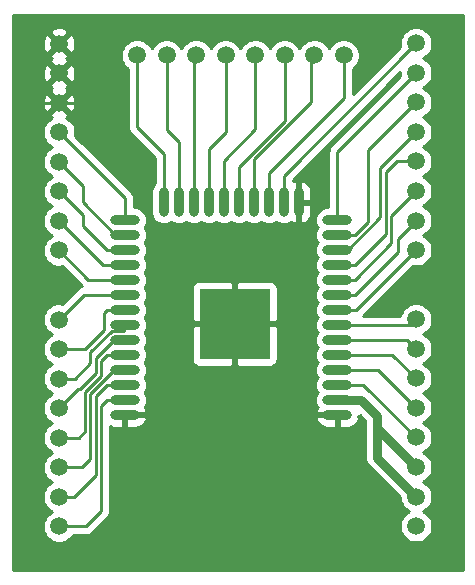
<source format=gbr>
%TF.GenerationSoftware,KiCad,Pcbnew,5.1.7-a382d34a8~88~ubuntu18.04.1*%
%TF.CreationDate,2021-02-15T21:35:44+01:00*%
%TF.ProjectId,test-board-esp32-assembly,74657374-2d62-46f6-9172-642d65737033,test*%
%TF.SameCoordinates,Original*%
%TF.FileFunction,Copper,L1,Top*%
%TF.FilePolarity,Positive*%
%FSLAX46Y46*%
G04 Gerber Fmt 4.6, Leading zero omitted, Abs format (unit mm)*
G04 Created by KiCad (PCBNEW 5.1.7-a382d34a8~88~ubuntu18.04.1) date 2021-02-15 21:35:44*
%MOMM*%
%LPD*%
G01*
G04 APERTURE LIST*
%TA.AperFunction,ComponentPad*%
%ADD10C,1.498600*%
%TD*%
%TA.AperFunction,SMDPad,CuDef*%
%ADD11O,2.500000X0.900000*%
%TD*%
%TA.AperFunction,SMDPad,CuDef*%
%ADD12O,0.900000X2.500000*%
%TD*%
%TA.AperFunction,SMDPad,CuDef*%
%ADD13R,6.000000X6.000000*%
%TD*%
%TA.AperFunction,Conductor*%
%ADD14C,0.254000*%
%TD*%
%TA.AperFunction,Conductor*%
%ADD15C,0.762000*%
%TD*%
%TA.AperFunction,Conductor*%
%ADD16C,0.100000*%
%TD*%
G04 APERTURE END LIST*
D10*
%TO.P,J4,8*%
%TO.N,Net-(J4-Pad8)*%
X123952000Y-87402000D03*
%TO.P,J4,7*%
%TO.N,Net-(J4-Pad7)*%
X123952000Y-89902000D03*
%TO.P,J4,6*%
%TO.N,Net-(J4-Pad6)*%
X123952000Y-92402000D03*
%TO.P,J4,5*%
%TO.N,Net-(J4-Pad5)*%
X123952000Y-94902000D03*
%TO.P,J4,4*%
%TO.N,Net-(J4-Pad4)*%
X123952000Y-97402000D03*
%TO.P,J4,3*%
%TO.N,Net-(J4-Pad3)*%
X123952000Y-99902000D03*
%TO.P,J4,2*%
%TO.N,Net-(J4-Pad2)*%
X123952000Y-102402000D03*
%TO.P,J4,1*%
%TO.N,Net-(J4-Pad1)*%
X123952000Y-104902000D03*
%TD*%
%TO.P,J1,1*%
%TO.N,Net-(J1-Pad1)*%
X154178000Y-87376000D03*
%TO.P,J1,2*%
%TO.N,Net-(J1-Pad2)*%
X154178000Y-89876000D03*
%TO.P,J1,3*%
%TO.N,Net-(J1-Pad3)*%
X154178000Y-92376000D03*
%TO.P,J1,4*%
%TO.N,Net-(J1-Pad4)*%
X154178000Y-94876000D03*
%TO.P,J1,5*%
%TO.N,Net-(J1-Pad5)*%
X154178000Y-97376000D03*
%TO.P,J1,6*%
%TO.N,Net-(J1-Pad6)*%
X154178000Y-99876000D03*
%TO.P,J1,7*%
X154178000Y-102376000D03*
%TO.P,J1,8*%
X154178000Y-104876000D03*
%TD*%
%TO.P,J2,8*%
%TO.N,Net-(J2-Pad8)*%
X154178000Y-81508000D03*
%TO.P,J2,7*%
%TO.N,Net-(J2-Pad7)*%
X154178000Y-79008000D03*
%TO.P,J2,6*%
%TO.N,Net-(J2-Pad6)*%
X154178000Y-76508000D03*
%TO.P,J2,5*%
%TO.N,Net-(J2-Pad5)*%
X154178000Y-74008000D03*
%TO.P,J2,4*%
%TO.N,Net-(J2-Pad4)*%
X154178000Y-71508000D03*
%TO.P,J2,3*%
%TO.N,Net-(J2-Pad3)*%
X154178000Y-69008000D03*
%TO.P,J2,2*%
%TO.N,Net-(J2-Pad2)*%
X154178000Y-66508000D03*
%TO.P,J2,1*%
%TO.N,Net-(J2-Pad1)*%
X154178000Y-64008000D03*
%TD*%
%TO.P,J3,1*%
%TO.N,Net-(J3-Pad1)*%
X130556000Y-65024000D03*
%TO.P,J3,2*%
%TO.N,Net-(J3-Pad2)*%
X133056000Y-65024000D03*
%TO.P,J3,3*%
%TO.N,Net-(J3-Pad3)*%
X135556000Y-65024000D03*
%TO.P,J3,4*%
%TO.N,Net-(J3-Pad4)*%
X138056000Y-65024000D03*
%TO.P,J3,5*%
%TO.N,Net-(J3-Pad5)*%
X140556000Y-65024000D03*
%TO.P,J3,6*%
%TO.N,Net-(J3-Pad6)*%
X143056000Y-65024000D03*
%TO.P,J3,7*%
%TO.N,Net-(J3-Pad7)*%
X145556000Y-65024000D03*
%TO.P,J3,8*%
%TO.N,Net-(J3-Pad8)*%
X148056000Y-65024000D03*
%TD*%
%TO.P,J5,1*%
%TO.N,Net-(J5-Pad1)*%
X123952000Y-81534000D03*
%TO.P,J5,2*%
%TO.N,Net-(J5-Pad2)*%
X123952000Y-79034000D03*
%TO.P,J5,3*%
%TO.N,Net-(J5-Pad3)*%
X123952000Y-76534000D03*
%TO.P,J5,4*%
%TO.N,Net-(J5-Pad4)*%
X123952000Y-74034000D03*
%TO.P,J5,5*%
%TO.N,Net-(J5-Pad5)*%
X123952000Y-71534000D03*
%TO.P,J5,6*%
%TO.N,GND*%
X123952000Y-69034000D03*
%TO.P,J5,7*%
X123952000Y-66534000D03*
%TO.P,J5,8*%
X123952000Y-64034000D03*
%TD*%
D11*
%TO.P,U1,38*%
%TO.N,GND*%
X129520000Y-95450000D03*
%TO.P,U1,37*%
%TO.N,Net-(J4-Pad1)*%
X129520000Y-94180000D03*
%TO.P,U1,36*%
%TO.N,Net-(J4-Pad2)*%
X129520000Y-92910000D03*
%TO.P,U1,35*%
%TO.N,Net-(J4-Pad3)*%
X129520000Y-91640000D03*
%TO.P,U1,34*%
%TO.N,Net-(J4-Pad4)*%
X129520000Y-90370000D03*
%TO.P,U1,33*%
%TO.N,Net-(J4-Pad5)*%
X129520000Y-89100000D03*
%TO.P,U1,32*%
%TO.N,Net-(J4-Pad6)*%
X129520000Y-87830000D03*
%TO.P,U1,31*%
%TO.N,Net-(J4-Pad7)*%
X129520000Y-86560000D03*
%TO.P,U1,30*%
%TO.N,Net-(J4-Pad8)*%
X129520000Y-85290000D03*
%TO.P,U1,29*%
%TO.N,Net-(J5-Pad1)*%
X129520000Y-84020000D03*
%TO.P,U1,28*%
%TO.N,Net-(J5-Pad2)*%
X129520000Y-82750000D03*
%TO.P,U1,27*%
%TO.N,Net-(J5-Pad3)*%
X129520000Y-81480000D03*
%TO.P,U1,26*%
%TO.N,Net-(J5-Pad4)*%
X129520000Y-80210000D03*
%TO.P,U1,25*%
%TO.N,Net-(J5-Pad5)*%
X129520000Y-78940000D03*
D12*
%TO.P,U1,24*%
%TO.N,Net-(J3-Pad1)*%
X132805000Y-77450000D03*
%TO.P,U1,23*%
%TO.N,Net-(J3-Pad2)*%
X134075000Y-77450000D03*
%TO.P,U1,22*%
%TO.N,Net-(J3-Pad3)*%
X135345000Y-77450000D03*
%TO.P,U1,21*%
%TO.N,Net-(J3-Pad4)*%
X136615000Y-77450000D03*
%TO.P,U1,20*%
%TO.N,Net-(J3-Pad5)*%
X137885000Y-77450000D03*
%TO.P,U1,19*%
%TO.N,Net-(J3-Pad6)*%
X139155000Y-77450000D03*
%TO.P,U1,18*%
%TO.N,Net-(J3-Pad7)*%
X140425000Y-77450000D03*
%TO.P,U1,17*%
%TO.N,Net-(J3-Pad8)*%
X141695000Y-77450000D03*
%TO.P,U1,16*%
%TO.N,Net-(J2-Pad1)*%
X142965000Y-77450000D03*
%TO.P,U1,15*%
%TO.N,GND*%
X144235000Y-77450000D03*
D11*
%TO.P,U1,14*%
%TO.N,Net-(J2-Pad2)*%
X147520000Y-78940000D03*
%TO.P,U1,13*%
%TO.N,Net-(J2-Pad3)*%
X147520000Y-80210000D03*
%TO.P,U1,12*%
%TO.N,Net-(J2-Pad4)*%
X147520000Y-81480000D03*
%TO.P,U1,11*%
%TO.N,Net-(J2-Pad5)*%
X147520000Y-82750000D03*
%TO.P,U1,10*%
%TO.N,Net-(J2-Pad6)*%
X147520000Y-84020000D03*
%TO.P,U1,9*%
%TO.N,Net-(J2-Pad7)*%
X147520000Y-85290000D03*
%TO.P,U1,8*%
%TO.N,Net-(J2-Pad8)*%
X147520000Y-86560000D03*
%TO.P,U1,7*%
%TO.N,Net-(J1-Pad1)*%
X147520000Y-87830000D03*
%TO.P,U1,6*%
%TO.N,Net-(J1-Pad2)*%
X147520000Y-89100000D03*
%TO.P,U1,5*%
%TO.N,Net-(J1-Pad3)*%
X147520000Y-90370000D03*
%TO.P,U1,4*%
%TO.N,Net-(J1-Pad4)*%
X147520000Y-91640000D03*
%TO.P,U1,3*%
%TO.N,Net-(J1-Pad5)*%
X147520000Y-92910000D03*
%TO.P,U1,2*%
%TO.N,Net-(J1-Pad6)*%
X147520000Y-94180000D03*
%TO.P,U1,1*%
%TO.N,GND*%
X147520000Y-95450000D03*
D13*
%TO.P,U1,39*%
X138820000Y-87750000D03*
%TD*%
D14*
%TO.N,Net-(J1-Pad1)*%
X153724000Y-87830000D02*
X154178000Y-87376000D01*
X147520000Y-87830000D02*
X153724000Y-87830000D01*
%TO.N,Net-(J1-Pad2)*%
X153402000Y-89100000D02*
X154178000Y-89876000D01*
X147520000Y-89100000D02*
X153402000Y-89100000D01*
%TO.N,Net-(J1-Pad3)*%
X152172000Y-90370000D02*
X154178000Y-92376000D01*
X147520000Y-90370000D02*
X152172000Y-90370000D01*
%TO.N,Net-(J1-Pad4)*%
X150942000Y-91640000D02*
X154178000Y-94876000D01*
X147520000Y-91640000D02*
X150942000Y-91640000D01*
%TO.N,Net-(J1-Pad5)*%
X149712000Y-92910000D02*
X154178000Y-97376000D01*
X147520000Y-92910000D02*
X149712000Y-92910000D01*
D15*
%TO.N,Net-(J1-Pad6)*%
X149532000Y-94180000D02*
X150876000Y-95524000D01*
X147520000Y-94180000D02*
X149532000Y-94180000D01*
X150876000Y-96574000D02*
X154178000Y-99876000D01*
X150876000Y-95524000D02*
X150876000Y-96574000D01*
X150876000Y-99074000D02*
X154178000Y-102376000D01*
X150876000Y-96574000D02*
X150876000Y-99074000D01*
D14*
%TO.N,Net-(J2-Pad8)*%
X149126000Y-86560000D02*
X154178000Y-81508000D01*
X147520000Y-86560000D02*
X149126000Y-86560000D01*
%TO.N,Net-(J2-Pad7)*%
X149024000Y-85290000D02*
X152654000Y-81660000D01*
X147520000Y-85290000D02*
X149024000Y-85290000D01*
X152654000Y-80532000D02*
X154178000Y-79008000D01*
X152654000Y-81660000D02*
X152654000Y-80532000D01*
%TO.N,Net-(J2-Pad6)*%
X152092010Y-80951990D02*
X152092010Y-78593990D01*
X147520000Y-84020000D02*
X149024000Y-84020000D01*
X152092010Y-78593990D02*
X154178000Y-76508000D01*
X149024000Y-84020000D02*
X152092010Y-80951990D01*
%TO.N,Net-(J2-Pad5)*%
X149024000Y-82750000D02*
X151638000Y-80136000D01*
X147520000Y-82750000D02*
X149024000Y-82750000D01*
X151638000Y-80136000D02*
X151638000Y-74930000D01*
X152560000Y-74008000D02*
X154178000Y-74008000D01*
X151638000Y-74930000D02*
X152560000Y-74008000D01*
%TO.N,Net-(J2-Pad4)*%
X148396067Y-81480000D02*
X151130000Y-78746067D01*
X147520000Y-81480000D02*
X148396067Y-81480000D01*
X151130000Y-74556000D02*
X154178000Y-71508000D01*
X151130000Y-78746067D02*
X151130000Y-74556000D01*
%TO.N,Net-(J2-Pad3)*%
X149024000Y-80210000D02*
X150114000Y-79120000D01*
X147520000Y-80210000D02*
X149024000Y-80210000D01*
X150114000Y-73072000D02*
X154178000Y-69008000D01*
X150114000Y-79120000D02*
X150114000Y-73072000D01*
%TO.N,Net-(J2-Pad2)*%
X147520000Y-73166000D02*
X154178000Y-66508000D01*
X147520000Y-78940000D02*
X147520000Y-73166000D01*
%TO.N,Net-(J2-Pad1)*%
X142965000Y-75221000D02*
X154178000Y-64008000D01*
X142965000Y-77450000D02*
X142965000Y-75221000D01*
%TO.N,Net-(J3-Pad1)*%
X132805000Y-77450000D02*
X132805000Y-73369000D01*
X130556000Y-71120000D02*
X130556000Y-65024000D01*
X132805000Y-73369000D02*
X130556000Y-71120000D01*
%TO.N,Net-(J3-Pad2)*%
X134075000Y-77450000D02*
X134075000Y-72353000D01*
X133056000Y-71334000D02*
X133056000Y-65024000D01*
X134075000Y-72353000D02*
X133056000Y-71334000D01*
%TO.N,Net-(J3-Pad3)*%
X135345000Y-65235000D02*
X135556000Y-65024000D01*
X135345000Y-77450000D02*
X135345000Y-65235000D01*
%TO.N,Net-(J3-Pad4)*%
X136615000Y-77450000D02*
X136615000Y-72935000D01*
X138056000Y-71494000D02*
X138056000Y-65024000D01*
X136615000Y-72935000D02*
X138056000Y-71494000D01*
%TO.N,Net-(J3-Pad5)*%
X137885000Y-77450000D02*
X137885000Y-73951000D01*
X140556000Y-71280000D02*
X140556000Y-65024000D01*
X137885000Y-73951000D02*
X140556000Y-71280000D01*
%TO.N,Net-(J3-Pad6)*%
X139155000Y-77450000D02*
X139155000Y-74459000D01*
X143056000Y-70558000D02*
X143056000Y-65024000D01*
X139155000Y-74459000D02*
X143056000Y-70558000D01*
%TO.N,Net-(J3-Pad7)*%
X140425000Y-73831066D02*
X145288000Y-68968066D01*
X140425000Y-77450000D02*
X140425000Y-73831066D01*
X145288000Y-65292000D02*
X145556000Y-65024000D01*
X145288000Y-68968066D02*
X145288000Y-65292000D01*
%TO.N,Net-(J3-Pad8)*%
X141695000Y-77450000D02*
X141695000Y-74967000D01*
X148056000Y-68606000D02*
X148056000Y-65024000D01*
X141695000Y-74967000D02*
X148056000Y-68606000D01*
%TO.N,Net-(J4-Pad8)*%
X126064000Y-85290000D02*
X123952000Y-87402000D01*
X129520000Y-85290000D02*
X126064000Y-85290000D01*
%TO.N,Net-(J4-Pad7)*%
X129520000Y-86560000D02*
X128016000Y-86560000D01*
X127762000Y-86814000D02*
X127762000Y-88317076D01*
X128016000Y-86560000D02*
X127762000Y-86814000D01*
X126177076Y-89902000D02*
X123952000Y-89902000D01*
X127762000Y-88317076D02*
X126177076Y-89902000D01*
%TO.N,Net-(J4-Pad6)*%
X128398152Y-88322990D02*
X126599980Y-90121162D01*
X129520000Y-87830000D02*
X129520000Y-88158000D01*
X129355010Y-88322990D02*
X128398152Y-88322990D01*
X129520000Y-88158000D02*
X129355010Y-88322990D01*
X126599980Y-90121162D02*
X126599980Y-91078020D01*
X125276000Y-92402000D02*
X123952000Y-92402000D01*
X126599980Y-91078020D02*
X125276000Y-92402000D01*
%TO.N,Net-(J4-Pad5)*%
X129520000Y-89100000D02*
X128643934Y-89100000D01*
X128643934Y-89100000D02*
X127053990Y-90689943D01*
X127053990Y-90689943D02*
X127053990Y-91945811D01*
X127053990Y-91945811D02*
X125691960Y-93307839D01*
X125546161Y-93307839D02*
X123952000Y-94902000D01*
X125691960Y-93307839D02*
X125546161Y-93307839D01*
%TO.N,Net-(J4-Pad4)*%
X127508000Y-90878000D02*
X127508000Y-92133867D01*
X129520000Y-90370000D02*
X128016000Y-90370000D01*
X128016000Y-90370000D02*
X127508000Y-90878000D01*
X127508000Y-92133867D02*
X126145970Y-93495896D01*
X126145970Y-93495896D02*
X126145970Y-96866030D01*
X125610000Y-97402000D02*
X123952000Y-97402000D01*
X126145970Y-96866030D02*
X125610000Y-97402000D01*
%TO.N,Net-(J4-Pad3)*%
X126599980Y-93683953D02*
X126599980Y-99206020D01*
X125904000Y-99902000D02*
X123952000Y-99902000D01*
X126599980Y-99206020D02*
X125904000Y-99902000D01*
X129520000Y-91640000D02*
X128643933Y-91640000D01*
X128643933Y-91640000D02*
X126599980Y-93683953D01*
%TO.N,Net-(J4-Pad2)*%
X128016000Y-92910000D02*
X127053990Y-93872010D01*
X129520000Y-92910000D02*
X128016000Y-92910000D01*
X127053990Y-93872010D02*
X127053990Y-100530010D01*
X125182000Y-102402000D02*
X123952000Y-102402000D01*
X127053990Y-100530010D02*
X125182000Y-102402000D01*
%TO.N,Net-(J4-Pad1)*%
X126238000Y-104902000D02*
X123952000Y-104902000D01*
X127508000Y-103632000D02*
X126238000Y-104902000D01*
X127508000Y-94688000D02*
X127508000Y-103632000D01*
X129520000Y-94180000D02*
X128016000Y-94180000D01*
X128016000Y-94180000D02*
X127508000Y-94688000D01*
%TO.N,Net-(J5-Pad1)*%
X126438000Y-84020000D02*
X123952000Y-81534000D01*
X129520000Y-84020000D02*
X126438000Y-84020000D01*
%TO.N,Net-(J5-Pad2)*%
X127668000Y-82750000D02*
X123952000Y-79034000D01*
X129520000Y-82750000D02*
X127668000Y-82750000D01*
%TO.N,Net-(J5-Pad3)*%
X128016000Y-81480000D02*
X125984000Y-79448000D01*
X129520000Y-81480000D02*
X128016000Y-81480000D01*
X125984000Y-78566000D02*
X123952000Y-76534000D01*
X125984000Y-79448000D02*
X125984000Y-78566000D01*
%TO.N,Net-(J5-Pad4)*%
X128720000Y-80210000D02*
X125984000Y-77474000D01*
X129520000Y-80210000D02*
X128720000Y-80210000D01*
X125984000Y-76066000D02*
X123952000Y-74034000D01*
X125984000Y-77474000D02*
X125984000Y-76066000D01*
%TO.N,Net-(J5-Pad5)*%
X129520000Y-77102000D02*
X123952000Y-71534000D01*
X129520000Y-78940000D02*
X129520000Y-77102000D01*
%TO.N,GND*%
X138820000Y-87750000D02*
X143644000Y-87750000D01*
X138820000Y-87750000D02*
X138820000Y-83176000D01*
X123952000Y-69034000D02*
X126800000Y-69034000D01*
X123952000Y-69034000D02*
X122628000Y-69034000D01*
%TD*%
%TO.N,GND*%
X158114988Y-108560000D02*
X120040000Y-108560000D01*
X120040000Y-71397658D01*
X122567700Y-71397658D01*
X122567700Y-71670342D01*
X122620898Y-71937785D01*
X122725249Y-72189712D01*
X122876744Y-72416440D01*
X123069560Y-72609256D01*
X123296288Y-72760751D01*
X123352416Y-72784000D01*
X123296288Y-72807249D01*
X123069560Y-72958744D01*
X122876744Y-73151560D01*
X122725249Y-73378288D01*
X122620898Y-73630215D01*
X122567700Y-73897658D01*
X122567700Y-74170342D01*
X122620898Y-74437785D01*
X122725249Y-74689712D01*
X122876744Y-74916440D01*
X123069560Y-75109256D01*
X123296288Y-75260751D01*
X123352416Y-75284000D01*
X123296288Y-75307249D01*
X123069560Y-75458744D01*
X122876744Y-75651560D01*
X122725249Y-75878288D01*
X122620898Y-76130215D01*
X122567700Y-76397658D01*
X122567700Y-76670342D01*
X122620898Y-76937785D01*
X122725249Y-77189712D01*
X122876744Y-77416440D01*
X123069560Y-77609256D01*
X123296288Y-77760751D01*
X123352416Y-77784000D01*
X123296288Y-77807249D01*
X123069560Y-77958744D01*
X122876744Y-78151560D01*
X122725249Y-78378288D01*
X122620898Y-78630215D01*
X122567700Y-78897658D01*
X122567700Y-79170342D01*
X122620898Y-79437785D01*
X122725249Y-79689712D01*
X122876744Y-79916440D01*
X123069560Y-80109256D01*
X123296288Y-80260751D01*
X123352416Y-80284000D01*
X123296288Y-80307249D01*
X123069560Y-80458744D01*
X122876744Y-80651560D01*
X122725249Y-80878288D01*
X122620898Y-81130215D01*
X122567700Y-81397658D01*
X122567700Y-81670342D01*
X122620898Y-81937785D01*
X122725249Y-82189712D01*
X122876744Y-82416440D01*
X123069560Y-82609256D01*
X123296288Y-82760751D01*
X123548215Y-82865102D01*
X123815658Y-82918300D01*
X124088342Y-82918300D01*
X124230410Y-82890041D01*
X125872721Y-84532352D01*
X125885458Y-84547873D01*
X125770985Y-84582598D01*
X125638608Y-84653355D01*
X125522578Y-84748578D01*
X125498721Y-84777648D01*
X124230410Y-86045959D01*
X124088342Y-86017700D01*
X123815658Y-86017700D01*
X123548215Y-86070898D01*
X123296288Y-86175249D01*
X123069560Y-86326744D01*
X122876744Y-86519560D01*
X122725249Y-86746288D01*
X122620898Y-86998215D01*
X122567700Y-87265658D01*
X122567700Y-87538342D01*
X122620898Y-87805785D01*
X122725249Y-88057712D01*
X122876744Y-88284440D01*
X123069560Y-88477256D01*
X123296288Y-88628751D01*
X123352416Y-88652000D01*
X123296288Y-88675249D01*
X123069560Y-88826744D01*
X122876744Y-89019560D01*
X122725249Y-89246288D01*
X122620898Y-89498215D01*
X122567700Y-89765658D01*
X122567700Y-90038342D01*
X122620898Y-90305785D01*
X122725249Y-90557712D01*
X122876744Y-90784440D01*
X123069560Y-90977256D01*
X123296288Y-91128751D01*
X123352416Y-91152000D01*
X123296288Y-91175249D01*
X123069560Y-91326744D01*
X122876744Y-91519560D01*
X122725249Y-91746288D01*
X122620898Y-91998215D01*
X122567700Y-92265658D01*
X122567700Y-92538342D01*
X122620898Y-92805785D01*
X122725249Y-93057712D01*
X122876744Y-93284440D01*
X123069560Y-93477256D01*
X123296288Y-93628751D01*
X123352416Y-93652000D01*
X123296288Y-93675249D01*
X123069560Y-93826744D01*
X122876744Y-94019560D01*
X122725249Y-94246288D01*
X122620898Y-94498215D01*
X122567700Y-94765658D01*
X122567700Y-95038342D01*
X122620898Y-95305785D01*
X122725249Y-95557712D01*
X122876744Y-95784440D01*
X123069560Y-95977256D01*
X123296288Y-96128751D01*
X123352416Y-96152000D01*
X123296288Y-96175249D01*
X123069560Y-96326744D01*
X122876744Y-96519560D01*
X122725249Y-96746288D01*
X122620898Y-96998215D01*
X122567700Y-97265658D01*
X122567700Y-97538342D01*
X122620898Y-97805785D01*
X122725249Y-98057712D01*
X122876744Y-98284440D01*
X123069560Y-98477256D01*
X123296288Y-98628751D01*
X123352416Y-98652000D01*
X123296288Y-98675249D01*
X123069560Y-98826744D01*
X122876744Y-99019560D01*
X122725249Y-99246288D01*
X122620898Y-99498215D01*
X122567700Y-99765658D01*
X122567700Y-100038342D01*
X122620898Y-100305785D01*
X122725249Y-100557712D01*
X122876744Y-100784440D01*
X123069560Y-100977256D01*
X123296288Y-101128751D01*
X123352416Y-101152000D01*
X123296288Y-101175249D01*
X123069560Y-101326744D01*
X122876744Y-101519560D01*
X122725249Y-101746288D01*
X122620898Y-101998215D01*
X122567700Y-102265658D01*
X122567700Y-102538342D01*
X122620898Y-102805785D01*
X122725249Y-103057712D01*
X122876744Y-103284440D01*
X123069560Y-103477256D01*
X123296288Y-103628751D01*
X123352416Y-103652000D01*
X123296288Y-103675249D01*
X123069560Y-103826744D01*
X122876744Y-104019560D01*
X122725249Y-104246288D01*
X122620898Y-104498215D01*
X122567700Y-104765658D01*
X122567700Y-105038342D01*
X122620898Y-105305785D01*
X122725249Y-105557712D01*
X122876744Y-105784440D01*
X123069560Y-105977256D01*
X123296288Y-106128751D01*
X123548215Y-106233102D01*
X123815658Y-106286300D01*
X124088342Y-106286300D01*
X124355785Y-106233102D01*
X124607712Y-106128751D01*
X124834440Y-105977256D01*
X125027256Y-105784440D01*
X125107732Y-105664000D01*
X126200577Y-105664000D01*
X126238000Y-105667686D01*
X126275423Y-105664000D01*
X126275426Y-105664000D01*
X126387378Y-105652974D01*
X126531015Y-105609402D01*
X126663392Y-105538645D01*
X126779422Y-105443422D01*
X126803284Y-105414346D01*
X128020352Y-104197279D01*
X128049422Y-104173422D01*
X128144645Y-104057392D01*
X128215402Y-103925015D01*
X128258974Y-103781378D01*
X128270000Y-103669426D01*
X128270000Y-103669424D01*
X128273686Y-103632001D01*
X128270000Y-103594578D01*
X128270000Y-96439788D01*
X128383767Y-96489376D01*
X128593000Y-96535000D01*
X129393000Y-96535000D01*
X129393000Y-95577000D01*
X129647000Y-95577000D01*
X129647000Y-96535000D01*
X130447000Y-96535000D01*
X130656233Y-96489376D01*
X130852545Y-96403809D01*
X131028391Y-96281587D01*
X131177014Y-96127408D01*
X131292702Y-95947197D01*
X131364408Y-95744001D01*
X145675592Y-95744001D01*
X145747298Y-95947197D01*
X145862986Y-96127408D01*
X146011609Y-96281587D01*
X146187455Y-96403809D01*
X146383767Y-96489376D01*
X146593000Y-96535000D01*
X147393000Y-96535000D01*
X147393000Y-95577000D01*
X145802498Y-95577000D01*
X145675592Y-95744001D01*
X131364408Y-95744001D01*
X131237502Y-95577000D01*
X129647000Y-95577000D01*
X129393000Y-95577000D01*
X129373000Y-95577000D01*
X129373000Y-95323000D01*
X129393000Y-95323000D01*
X129393000Y-95303000D01*
X129647000Y-95303000D01*
X129647000Y-95323000D01*
X131237502Y-95323000D01*
X131364408Y-95155999D01*
X131292702Y-94952803D01*
X131203463Y-94813792D01*
X131226509Y-94785710D01*
X131327259Y-94597220D01*
X131389300Y-94392697D01*
X131410249Y-94180000D01*
X131389300Y-93967303D01*
X131327259Y-93762780D01*
X131226509Y-93574290D01*
X131202471Y-93545000D01*
X131226509Y-93515710D01*
X131327259Y-93327220D01*
X131389300Y-93122697D01*
X131410249Y-92910000D01*
X131389300Y-92697303D01*
X131327259Y-92492780D01*
X131226509Y-92304290D01*
X131202471Y-92275000D01*
X131226509Y-92245710D01*
X131327259Y-92057220D01*
X131389300Y-91852697D01*
X131410249Y-91640000D01*
X131389300Y-91427303D01*
X131327259Y-91222780D01*
X131226509Y-91034290D01*
X131202471Y-91005000D01*
X131226509Y-90975710D01*
X131327259Y-90787220D01*
X131338549Y-90750000D01*
X135181928Y-90750000D01*
X135194188Y-90874482D01*
X135230498Y-90994180D01*
X135289463Y-91104494D01*
X135368815Y-91201185D01*
X135465506Y-91280537D01*
X135575820Y-91339502D01*
X135695518Y-91375812D01*
X135820000Y-91388072D01*
X138534250Y-91385000D01*
X138693000Y-91226250D01*
X138693000Y-87877000D01*
X138947000Y-87877000D01*
X138947000Y-91226250D01*
X139105750Y-91385000D01*
X141820000Y-91388072D01*
X141944482Y-91375812D01*
X142064180Y-91339502D01*
X142174494Y-91280537D01*
X142271185Y-91201185D01*
X142350537Y-91104494D01*
X142409502Y-90994180D01*
X142445812Y-90874482D01*
X142458072Y-90750000D01*
X142455000Y-88035750D01*
X142296250Y-87877000D01*
X138947000Y-87877000D01*
X138693000Y-87877000D01*
X135343750Y-87877000D01*
X135185000Y-88035750D01*
X135181928Y-90750000D01*
X131338549Y-90750000D01*
X131389300Y-90582697D01*
X131410249Y-90370000D01*
X131389300Y-90157303D01*
X131327259Y-89952780D01*
X131226509Y-89764290D01*
X131202471Y-89735000D01*
X131226509Y-89705710D01*
X131327259Y-89517220D01*
X131389300Y-89312697D01*
X131410249Y-89100000D01*
X131389300Y-88887303D01*
X131327259Y-88682780D01*
X131226509Y-88494290D01*
X131202471Y-88465000D01*
X131226509Y-88435710D01*
X131327259Y-88247220D01*
X131389300Y-88042697D01*
X131410249Y-87830000D01*
X131389300Y-87617303D01*
X131327259Y-87412780D01*
X131226509Y-87224290D01*
X131202471Y-87195000D01*
X131226509Y-87165710D01*
X131327259Y-86977220D01*
X131389300Y-86772697D01*
X131410249Y-86560000D01*
X131389300Y-86347303D01*
X131327259Y-86142780D01*
X131226509Y-85954290D01*
X131202471Y-85925000D01*
X131226509Y-85895710D01*
X131327259Y-85707220D01*
X131389300Y-85502697D01*
X131410249Y-85290000D01*
X131389300Y-85077303D01*
X131327259Y-84872780D01*
X131261632Y-84750000D01*
X135181928Y-84750000D01*
X135185000Y-87464250D01*
X135343750Y-87623000D01*
X138693000Y-87623000D01*
X138693000Y-84273750D01*
X138947000Y-84273750D01*
X138947000Y-87623000D01*
X142296250Y-87623000D01*
X142455000Y-87464250D01*
X142458072Y-84750000D01*
X142445812Y-84625518D01*
X142409502Y-84505820D01*
X142350537Y-84395506D01*
X142271185Y-84298815D01*
X142174494Y-84219463D01*
X142064180Y-84160498D01*
X141944482Y-84124188D01*
X141820000Y-84111928D01*
X139105750Y-84115000D01*
X138947000Y-84273750D01*
X138693000Y-84273750D01*
X138534250Y-84115000D01*
X135820000Y-84111928D01*
X135695518Y-84124188D01*
X135575820Y-84160498D01*
X135465506Y-84219463D01*
X135368815Y-84298815D01*
X135289463Y-84395506D01*
X135230498Y-84505820D01*
X135194188Y-84625518D01*
X135181928Y-84750000D01*
X131261632Y-84750000D01*
X131226509Y-84684290D01*
X131202471Y-84655000D01*
X131226509Y-84625710D01*
X131327259Y-84437220D01*
X131389300Y-84232697D01*
X131410249Y-84020000D01*
X131389300Y-83807303D01*
X131327259Y-83602780D01*
X131226509Y-83414290D01*
X131202471Y-83385000D01*
X131226509Y-83355710D01*
X131327259Y-83167220D01*
X131389300Y-82962697D01*
X131410249Y-82750000D01*
X131389300Y-82537303D01*
X131327259Y-82332780D01*
X131226509Y-82144290D01*
X131202471Y-82115000D01*
X131226509Y-82085710D01*
X131327259Y-81897220D01*
X131389300Y-81692697D01*
X131410249Y-81480000D01*
X131389300Y-81267303D01*
X131327259Y-81062780D01*
X131226509Y-80874290D01*
X131202471Y-80845000D01*
X131226509Y-80815710D01*
X131327259Y-80627220D01*
X131389300Y-80422697D01*
X131410249Y-80210000D01*
X131389300Y-79997303D01*
X131327259Y-79792780D01*
X131226509Y-79604290D01*
X131202471Y-79575000D01*
X131226509Y-79545710D01*
X131327259Y-79357220D01*
X131389300Y-79152697D01*
X131410249Y-78940000D01*
X131389300Y-78727303D01*
X131327259Y-78522780D01*
X131226509Y-78334290D01*
X131090922Y-78169078D01*
X130925710Y-78033491D01*
X130737220Y-77932741D01*
X130532697Y-77870700D01*
X130373294Y-77855000D01*
X130282000Y-77855000D01*
X130282000Y-77139422D01*
X130285686Y-77101999D01*
X130282000Y-77064574D01*
X130270974Y-76952622D01*
X130227402Y-76808985D01*
X130156645Y-76676608D01*
X130061422Y-76560578D01*
X130032352Y-76536721D01*
X125308041Y-71812411D01*
X125336300Y-71670342D01*
X125336300Y-71397658D01*
X125283102Y-71130215D01*
X125178751Y-70878288D01*
X125027256Y-70651560D01*
X124834440Y-70458744D01*
X124607712Y-70307249D01*
X124556942Y-70286219D01*
X124663448Y-70229290D01*
X124728888Y-69990493D01*
X123952000Y-69213605D01*
X123175112Y-69990493D01*
X123240552Y-70229290D01*
X123354931Y-70282958D01*
X123296288Y-70307249D01*
X123069560Y-70458744D01*
X122876744Y-70651560D01*
X122725249Y-70878288D01*
X122620898Y-71130215D01*
X122567700Y-71397658D01*
X120040000Y-71397658D01*
X120040000Y-69106521D01*
X122562893Y-69106521D01*
X122603732Y-69376129D01*
X122696385Y-69632589D01*
X122756710Y-69745448D01*
X122995507Y-69810888D01*
X123772395Y-69034000D01*
X124131605Y-69034000D01*
X124908493Y-69810888D01*
X125147290Y-69745448D01*
X125263120Y-69498588D01*
X125328564Y-69233874D01*
X125341107Y-68961479D01*
X125300268Y-68691871D01*
X125207615Y-68435411D01*
X125147290Y-68322552D01*
X124908493Y-68257112D01*
X124131605Y-69034000D01*
X123772395Y-69034000D01*
X122995507Y-68257112D01*
X122756710Y-68322552D01*
X122640880Y-68569412D01*
X122575436Y-68834126D01*
X122562893Y-69106521D01*
X120040000Y-69106521D01*
X120040000Y-67490493D01*
X123175112Y-67490493D01*
X123240552Y-67729290D01*
X123349565Y-67780441D01*
X123240552Y-67838710D01*
X123175112Y-68077507D01*
X123952000Y-68854395D01*
X124728888Y-68077507D01*
X124663448Y-67838710D01*
X124554435Y-67787559D01*
X124663448Y-67729290D01*
X124728888Y-67490493D01*
X123952000Y-66713605D01*
X123175112Y-67490493D01*
X120040000Y-67490493D01*
X120040000Y-66606521D01*
X122562893Y-66606521D01*
X122603732Y-66876129D01*
X122696385Y-67132589D01*
X122756710Y-67245448D01*
X122995507Y-67310888D01*
X123772395Y-66534000D01*
X124131605Y-66534000D01*
X124908493Y-67310888D01*
X125147290Y-67245448D01*
X125263120Y-66998588D01*
X125328564Y-66733874D01*
X125341107Y-66461479D01*
X125300268Y-66191871D01*
X125207615Y-65935411D01*
X125147290Y-65822552D01*
X124908493Y-65757112D01*
X124131605Y-66534000D01*
X123772395Y-66534000D01*
X122995507Y-65757112D01*
X122756710Y-65822552D01*
X122640880Y-66069412D01*
X122575436Y-66334126D01*
X122562893Y-66606521D01*
X120040000Y-66606521D01*
X120040000Y-64990493D01*
X123175112Y-64990493D01*
X123240552Y-65229290D01*
X123349565Y-65280441D01*
X123240552Y-65338710D01*
X123175112Y-65577507D01*
X123952000Y-66354395D01*
X124728888Y-65577507D01*
X124663448Y-65338710D01*
X124554435Y-65287559D01*
X124663448Y-65229290D01*
X124728888Y-64990493D01*
X124626053Y-64887658D01*
X129171700Y-64887658D01*
X129171700Y-65160342D01*
X129224898Y-65427785D01*
X129329249Y-65679712D01*
X129480744Y-65906440D01*
X129673560Y-66099256D01*
X129794001Y-66179732D01*
X129794000Y-71082577D01*
X129790314Y-71120000D01*
X129794000Y-71157423D01*
X129794000Y-71157425D01*
X129805026Y-71269377D01*
X129848598Y-71413014D01*
X129881535Y-71474635D01*
X129919355Y-71545392D01*
X129953760Y-71587314D01*
X130014578Y-71661422D01*
X130043654Y-71685284D01*
X132043001Y-73684632D01*
X132043000Y-75871756D01*
X132034078Y-75879078D01*
X131898491Y-76044290D01*
X131797741Y-76232781D01*
X131735700Y-76437304D01*
X131720000Y-76596707D01*
X131720000Y-78303294D01*
X131735700Y-78462697D01*
X131797742Y-78667220D01*
X131898492Y-78855710D01*
X132034079Y-79020922D01*
X132199291Y-79156509D01*
X132387781Y-79257259D01*
X132592304Y-79319300D01*
X132805000Y-79340249D01*
X133017697Y-79319300D01*
X133222220Y-79257259D01*
X133410710Y-79156509D01*
X133440001Y-79132471D01*
X133469291Y-79156509D01*
X133657781Y-79257259D01*
X133862304Y-79319300D01*
X134075000Y-79340249D01*
X134287697Y-79319300D01*
X134492220Y-79257259D01*
X134680710Y-79156509D01*
X134710001Y-79132471D01*
X134739291Y-79156509D01*
X134927781Y-79257259D01*
X135132304Y-79319300D01*
X135345000Y-79340249D01*
X135557697Y-79319300D01*
X135762220Y-79257259D01*
X135950710Y-79156509D01*
X135980001Y-79132471D01*
X136009291Y-79156509D01*
X136197781Y-79257259D01*
X136402304Y-79319300D01*
X136615000Y-79340249D01*
X136827697Y-79319300D01*
X137032220Y-79257259D01*
X137220710Y-79156509D01*
X137250001Y-79132471D01*
X137279291Y-79156509D01*
X137467781Y-79257259D01*
X137672304Y-79319300D01*
X137885000Y-79340249D01*
X138097697Y-79319300D01*
X138302220Y-79257259D01*
X138490710Y-79156509D01*
X138520001Y-79132471D01*
X138549291Y-79156509D01*
X138737781Y-79257259D01*
X138942304Y-79319300D01*
X139155000Y-79340249D01*
X139367697Y-79319300D01*
X139572220Y-79257259D01*
X139760710Y-79156509D01*
X139790001Y-79132471D01*
X139819291Y-79156509D01*
X140007781Y-79257259D01*
X140212304Y-79319300D01*
X140425000Y-79340249D01*
X140637697Y-79319300D01*
X140842220Y-79257259D01*
X141030710Y-79156509D01*
X141060001Y-79132471D01*
X141089291Y-79156509D01*
X141277781Y-79257259D01*
X141482304Y-79319300D01*
X141695000Y-79340249D01*
X141907697Y-79319300D01*
X142112220Y-79257259D01*
X142300710Y-79156509D01*
X142330001Y-79132471D01*
X142359291Y-79156509D01*
X142547781Y-79257259D01*
X142752304Y-79319300D01*
X142965000Y-79340249D01*
X143177697Y-79319300D01*
X143382220Y-79257259D01*
X143570710Y-79156509D01*
X143598792Y-79133463D01*
X143737803Y-79222702D01*
X143940999Y-79294408D01*
X144108000Y-79167502D01*
X144108000Y-77577000D01*
X144362000Y-77577000D01*
X144362000Y-79167502D01*
X144529001Y-79294408D01*
X144732197Y-79222702D01*
X144912408Y-79107014D01*
X145066587Y-78958391D01*
X145188809Y-78782545D01*
X145274376Y-78586233D01*
X145320000Y-78377000D01*
X145320000Y-77577000D01*
X144362000Y-77577000D01*
X144108000Y-77577000D01*
X144088000Y-77577000D01*
X144088000Y-77323000D01*
X144108000Y-77323000D01*
X144108000Y-75732498D01*
X144362000Y-75732498D01*
X144362000Y-77323000D01*
X145320000Y-77323000D01*
X145320000Y-76523000D01*
X145274376Y-76313767D01*
X145188809Y-76117455D01*
X145066587Y-75941609D01*
X144912408Y-75792986D01*
X144732197Y-75677298D01*
X144529001Y-75605592D01*
X144362000Y-75732498D01*
X144108000Y-75732498D01*
X143940999Y-75605592D01*
X143737803Y-75677298D01*
X143727000Y-75684233D01*
X143727000Y-75536630D01*
X152793700Y-66469930D01*
X152793700Y-66644342D01*
X152821959Y-66786410D01*
X147007649Y-72600721D01*
X146978579Y-72624578D01*
X146954722Y-72653648D01*
X146954721Y-72653649D01*
X146883355Y-72740608D01*
X146812599Y-72872985D01*
X146769027Y-73016622D01*
X146754314Y-73166000D01*
X146758001Y-73203433D01*
X146758000Y-77855000D01*
X146666706Y-77855000D01*
X146507303Y-77870700D01*
X146302780Y-77932741D01*
X146114290Y-78033491D01*
X145949078Y-78169078D01*
X145813491Y-78334290D01*
X145712741Y-78522780D01*
X145650700Y-78727303D01*
X145629751Y-78940000D01*
X145650700Y-79152697D01*
X145712741Y-79357220D01*
X145813491Y-79545710D01*
X145837529Y-79575000D01*
X145813491Y-79604290D01*
X145712741Y-79792780D01*
X145650700Y-79997303D01*
X145629751Y-80210000D01*
X145650700Y-80422697D01*
X145712741Y-80627220D01*
X145813491Y-80815710D01*
X145837529Y-80845000D01*
X145813491Y-80874290D01*
X145712741Y-81062780D01*
X145650700Y-81267303D01*
X145629751Y-81480000D01*
X145650700Y-81692697D01*
X145712741Y-81897220D01*
X145813491Y-82085710D01*
X145837529Y-82115000D01*
X145813491Y-82144290D01*
X145712741Y-82332780D01*
X145650700Y-82537303D01*
X145629751Y-82750000D01*
X145650700Y-82962697D01*
X145712741Y-83167220D01*
X145813491Y-83355710D01*
X145837529Y-83385000D01*
X145813491Y-83414290D01*
X145712741Y-83602780D01*
X145650700Y-83807303D01*
X145629751Y-84020000D01*
X145650700Y-84232697D01*
X145712741Y-84437220D01*
X145813491Y-84625710D01*
X145837529Y-84655000D01*
X145813491Y-84684290D01*
X145712741Y-84872780D01*
X145650700Y-85077303D01*
X145629751Y-85290000D01*
X145650700Y-85502697D01*
X145712741Y-85707220D01*
X145813491Y-85895710D01*
X145837529Y-85925000D01*
X145813491Y-85954290D01*
X145712741Y-86142780D01*
X145650700Y-86347303D01*
X145629751Y-86560000D01*
X145650700Y-86772697D01*
X145712741Y-86977220D01*
X145813491Y-87165710D01*
X145837529Y-87195000D01*
X145813491Y-87224290D01*
X145712741Y-87412780D01*
X145650700Y-87617303D01*
X145629751Y-87830000D01*
X145650700Y-88042697D01*
X145712741Y-88247220D01*
X145813491Y-88435710D01*
X145837529Y-88465000D01*
X145813491Y-88494290D01*
X145712741Y-88682780D01*
X145650700Y-88887303D01*
X145629751Y-89100000D01*
X145650700Y-89312697D01*
X145712741Y-89517220D01*
X145813491Y-89705710D01*
X145837529Y-89735000D01*
X145813491Y-89764290D01*
X145712741Y-89952780D01*
X145650700Y-90157303D01*
X145629751Y-90370000D01*
X145650700Y-90582697D01*
X145712741Y-90787220D01*
X145813491Y-90975710D01*
X145837529Y-91005000D01*
X145813491Y-91034290D01*
X145712741Y-91222780D01*
X145650700Y-91427303D01*
X145629751Y-91640000D01*
X145650700Y-91852697D01*
X145712741Y-92057220D01*
X145813491Y-92245710D01*
X145837529Y-92275000D01*
X145813491Y-92304290D01*
X145712741Y-92492780D01*
X145650700Y-92697303D01*
X145629751Y-92910000D01*
X145650700Y-93122697D01*
X145712741Y-93327220D01*
X145813491Y-93515710D01*
X145837529Y-93545000D01*
X145813491Y-93574290D01*
X145712741Y-93762780D01*
X145650700Y-93967303D01*
X145629751Y-94180000D01*
X145650700Y-94392697D01*
X145712741Y-94597220D01*
X145813491Y-94785710D01*
X145836537Y-94813792D01*
X145747298Y-94952803D01*
X145675592Y-95155999D01*
X145802498Y-95323000D01*
X147393000Y-95323000D01*
X147393000Y-95303000D01*
X147647000Y-95303000D01*
X147647000Y-95323000D01*
X147667000Y-95323000D01*
X147667000Y-95577000D01*
X147647000Y-95577000D01*
X147647000Y-96535000D01*
X148447000Y-96535000D01*
X148656233Y-96489376D01*
X148852545Y-96403809D01*
X149028391Y-96281587D01*
X149177014Y-96127408D01*
X149292702Y-95947197D01*
X149364408Y-95744001D01*
X149237504Y-95577002D01*
X149405000Y-95577002D01*
X149405000Y-95489840D01*
X149860000Y-95944841D01*
X149860001Y-96524089D01*
X149855085Y-96574000D01*
X149860000Y-96623902D01*
X149860001Y-99024089D01*
X149855085Y-99074000D01*
X149874702Y-99273170D01*
X149910036Y-99389649D01*
X149932799Y-99464687D01*
X150027141Y-99641190D01*
X150154105Y-99795896D01*
X150192868Y-99827708D01*
X152793700Y-102428541D01*
X152793700Y-102512342D01*
X152846898Y-102779785D01*
X152951249Y-103031712D01*
X153102744Y-103258440D01*
X153295560Y-103451256D01*
X153522288Y-103602751D01*
X153578416Y-103626000D01*
X153522288Y-103649249D01*
X153295560Y-103800744D01*
X153102744Y-103993560D01*
X152951249Y-104220288D01*
X152846898Y-104472215D01*
X152793700Y-104739658D01*
X152793700Y-105012342D01*
X152846898Y-105279785D01*
X152951249Y-105531712D01*
X153102744Y-105758440D01*
X153295560Y-105951256D01*
X153522288Y-106102751D01*
X153774215Y-106207102D01*
X154041658Y-106260300D01*
X154314342Y-106260300D01*
X154581785Y-106207102D01*
X154833712Y-106102751D01*
X155060440Y-105951256D01*
X155253256Y-105758440D01*
X155404751Y-105531712D01*
X155509102Y-105279785D01*
X155562300Y-105012342D01*
X155562300Y-104739658D01*
X155509102Y-104472215D01*
X155404751Y-104220288D01*
X155253256Y-103993560D01*
X155060440Y-103800744D01*
X154833712Y-103649249D01*
X154777584Y-103626000D01*
X154833712Y-103602751D01*
X155060440Y-103451256D01*
X155253256Y-103258440D01*
X155404751Y-103031712D01*
X155509102Y-102779785D01*
X155562300Y-102512342D01*
X155562300Y-102239658D01*
X155509102Y-101972215D01*
X155404751Y-101720288D01*
X155253256Y-101493560D01*
X155060440Y-101300744D01*
X154833712Y-101149249D01*
X154777584Y-101126000D01*
X154833712Y-101102751D01*
X155060440Y-100951256D01*
X155253256Y-100758440D01*
X155404751Y-100531712D01*
X155509102Y-100279785D01*
X155562300Y-100012342D01*
X155562300Y-99739658D01*
X155509102Y-99472215D01*
X155404751Y-99220288D01*
X155253256Y-98993560D01*
X155060440Y-98800744D01*
X154833712Y-98649249D01*
X154777584Y-98626000D01*
X154833712Y-98602751D01*
X155060440Y-98451256D01*
X155253256Y-98258440D01*
X155404751Y-98031712D01*
X155509102Y-97779785D01*
X155562300Y-97512342D01*
X155562300Y-97239658D01*
X155509102Y-96972215D01*
X155404751Y-96720288D01*
X155253256Y-96493560D01*
X155060440Y-96300744D01*
X154833712Y-96149249D01*
X154777584Y-96126000D01*
X154833712Y-96102751D01*
X155060440Y-95951256D01*
X155253256Y-95758440D01*
X155404751Y-95531712D01*
X155509102Y-95279785D01*
X155562300Y-95012342D01*
X155562300Y-94739658D01*
X155509102Y-94472215D01*
X155404751Y-94220288D01*
X155253256Y-93993560D01*
X155060440Y-93800744D01*
X154833712Y-93649249D01*
X154777584Y-93626000D01*
X154833712Y-93602751D01*
X155060440Y-93451256D01*
X155253256Y-93258440D01*
X155404751Y-93031712D01*
X155509102Y-92779785D01*
X155562300Y-92512342D01*
X155562300Y-92239658D01*
X155509102Y-91972215D01*
X155404751Y-91720288D01*
X155253256Y-91493560D01*
X155060440Y-91300744D01*
X154833712Y-91149249D01*
X154777584Y-91126000D01*
X154833712Y-91102751D01*
X155060440Y-90951256D01*
X155253256Y-90758440D01*
X155404751Y-90531712D01*
X155509102Y-90279785D01*
X155562300Y-90012342D01*
X155562300Y-89739658D01*
X155509102Y-89472215D01*
X155404751Y-89220288D01*
X155253256Y-88993560D01*
X155060440Y-88800744D01*
X154833712Y-88649249D01*
X154777584Y-88626000D01*
X154833712Y-88602751D01*
X155060440Y-88451256D01*
X155253256Y-88258440D01*
X155404751Y-88031712D01*
X155509102Y-87779785D01*
X155562300Y-87512342D01*
X155562300Y-87239658D01*
X155509102Y-86972215D01*
X155404751Y-86720288D01*
X155253256Y-86493560D01*
X155060440Y-86300744D01*
X154833712Y-86149249D01*
X154581785Y-86044898D01*
X154314342Y-85991700D01*
X154041658Y-85991700D01*
X153774215Y-86044898D01*
X153522288Y-86149249D01*
X153295560Y-86300744D01*
X153102744Y-86493560D01*
X152951249Y-86720288D01*
X152846898Y-86972215D01*
X152827845Y-87068000D01*
X149695630Y-87068000D01*
X153899590Y-82864041D01*
X154041658Y-82892300D01*
X154314342Y-82892300D01*
X154581785Y-82839102D01*
X154833712Y-82734751D01*
X155060440Y-82583256D01*
X155253256Y-82390440D01*
X155404751Y-82163712D01*
X155509102Y-81911785D01*
X155562300Y-81644342D01*
X155562300Y-81371658D01*
X155509102Y-81104215D01*
X155404751Y-80852288D01*
X155253256Y-80625560D01*
X155060440Y-80432744D01*
X154833712Y-80281249D01*
X154777584Y-80258000D01*
X154833712Y-80234751D01*
X155060440Y-80083256D01*
X155253256Y-79890440D01*
X155404751Y-79663712D01*
X155509102Y-79411785D01*
X155562300Y-79144342D01*
X155562300Y-78871658D01*
X155509102Y-78604215D01*
X155404751Y-78352288D01*
X155253256Y-78125560D01*
X155060440Y-77932744D01*
X154833712Y-77781249D01*
X154777584Y-77758000D01*
X154833712Y-77734751D01*
X155060440Y-77583256D01*
X155253256Y-77390440D01*
X155404751Y-77163712D01*
X155509102Y-76911785D01*
X155562300Y-76644342D01*
X155562300Y-76371658D01*
X155509102Y-76104215D01*
X155404751Y-75852288D01*
X155253256Y-75625560D01*
X155060440Y-75432744D01*
X154833712Y-75281249D01*
X154777584Y-75258000D01*
X154833712Y-75234751D01*
X155060440Y-75083256D01*
X155253256Y-74890440D01*
X155404751Y-74663712D01*
X155509102Y-74411785D01*
X155562300Y-74144342D01*
X155562300Y-73871658D01*
X155509102Y-73604215D01*
X155404751Y-73352288D01*
X155253256Y-73125560D01*
X155060440Y-72932744D01*
X154833712Y-72781249D01*
X154777584Y-72758000D01*
X154833712Y-72734751D01*
X155060440Y-72583256D01*
X155253256Y-72390440D01*
X155404751Y-72163712D01*
X155509102Y-71911785D01*
X155562300Y-71644342D01*
X155562300Y-71371658D01*
X155509102Y-71104215D01*
X155404751Y-70852288D01*
X155253256Y-70625560D01*
X155060440Y-70432744D01*
X154833712Y-70281249D01*
X154777584Y-70258000D01*
X154833712Y-70234751D01*
X155060440Y-70083256D01*
X155253256Y-69890440D01*
X155404751Y-69663712D01*
X155509102Y-69411785D01*
X155562300Y-69144342D01*
X155562300Y-68871658D01*
X155509102Y-68604215D01*
X155404751Y-68352288D01*
X155253256Y-68125560D01*
X155060440Y-67932744D01*
X154833712Y-67781249D01*
X154777584Y-67758000D01*
X154833712Y-67734751D01*
X155060440Y-67583256D01*
X155253256Y-67390440D01*
X155404751Y-67163712D01*
X155509102Y-66911785D01*
X155562300Y-66644342D01*
X155562300Y-66371658D01*
X155509102Y-66104215D01*
X155404751Y-65852288D01*
X155253256Y-65625560D01*
X155060440Y-65432744D01*
X154833712Y-65281249D01*
X154777584Y-65258000D01*
X154833712Y-65234751D01*
X155060440Y-65083256D01*
X155253256Y-64890440D01*
X155404751Y-64663712D01*
X155509102Y-64411785D01*
X155562300Y-64144342D01*
X155562300Y-63871658D01*
X155509102Y-63604215D01*
X155404751Y-63352288D01*
X155253256Y-63125560D01*
X155060440Y-62932744D01*
X154833712Y-62781249D01*
X154581785Y-62676898D01*
X154314342Y-62623700D01*
X154041658Y-62623700D01*
X153774215Y-62676898D01*
X153522288Y-62781249D01*
X153295560Y-62932744D01*
X153102744Y-63125560D01*
X152951249Y-63352288D01*
X152846898Y-63604215D01*
X152793700Y-63871658D01*
X152793700Y-64144342D01*
X152821959Y-64286411D01*
X148818000Y-68290370D01*
X148818000Y-66179732D01*
X148938440Y-66099256D01*
X149131256Y-65906440D01*
X149282751Y-65679712D01*
X149387102Y-65427785D01*
X149440300Y-65160342D01*
X149440300Y-64887658D01*
X149387102Y-64620215D01*
X149282751Y-64368288D01*
X149131256Y-64141560D01*
X148938440Y-63948744D01*
X148711712Y-63797249D01*
X148459785Y-63692898D01*
X148192342Y-63639700D01*
X147919658Y-63639700D01*
X147652215Y-63692898D01*
X147400288Y-63797249D01*
X147173560Y-63948744D01*
X146980744Y-64141560D01*
X146829249Y-64368288D01*
X146806000Y-64424416D01*
X146782751Y-64368288D01*
X146631256Y-64141560D01*
X146438440Y-63948744D01*
X146211712Y-63797249D01*
X145959785Y-63692898D01*
X145692342Y-63639700D01*
X145419658Y-63639700D01*
X145152215Y-63692898D01*
X144900288Y-63797249D01*
X144673560Y-63948744D01*
X144480744Y-64141560D01*
X144329249Y-64368288D01*
X144306000Y-64424416D01*
X144282751Y-64368288D01*
X144131256Y-64141560D01*
X143938440Y-63948744D01*
X143711712Y-63797249D01*
X143459785Y-63692898D01*
X143192342Y-63639700D01*
X142919658Y-63639700D01*
X142652215Y-63692898D01*
X142400288Y-63797249D01*
X142173560Y-63948744D01*
X141980744Y-64141560D01*
X141829249Y-64368288D01*
X141806000Y-64424416D01*
X141782751Y-64368288D01*
X141631256Y-64141560D01*
X141438440Y-63948744D01*
X141211712Y-63797249D01*
X140959785Y-63692898D01*
X140692342Y-63639700D01*
X140419658Y-63639700D01*
X140152215Y-63692898D01*
X139900288Y-63797249D01*
X139673560Y-63948744D01*
X139480744Y-64141560D01*
X139329249Y-64368288D01*
X139306000Y-64424416D01*
X139282751Y-64368288D01*
X139131256Y-64141560D01*
X138938440Y-63948744D01*
X138711712Y-63797249D01*
X138459785Y-63692898D01*
X138192342Y-63639700D01*
X137919658Y-63639700D01*
X137652215Y-63692898D01*
X137400288Y-63797249D01*
X137173560Y-63948744D01*
X136980744Y-64141560D01*
X136829249Y-64368288D01*
X136806000Y-64424416D01*
X136782751Y-64368288D01*
X136631256Y-64141560D01*
X136438440Y-63948744D01*
X136211712Y-63797249D01*
X135959785Y-63692898D01*
X135692342Y-63639700D01*
X135419658Y-63639700D01*
X135152215Y-63692898D01*
X134900288Y-63797249D01*
X134673560Y-63948744D01*
X134480744Y-64141560D01*
X134329249Y-64368288D01*
X134306000Y-64424416D01*
X134282751Y-64368288D01*
X134131256Y-64141560D01*
X133938440Y-63948744D01*
X133711712Y-63797249D01*
X133459785Y-63692898D01*
X133192342Y-63639700D01*
X132919658Y-63639700D01*
X132652215Y-63692898D01*
X132400288Y-63797249D01*
X132173560Y-63948744D01*
X131980744Y-64141560D01*
X131829249Y-64368288D01*
X131806000Y-64424416D01*
X131782751Y-64368288D01*
X131631256Y-64141560D01*
X131438440Y-63948744D01*
X131211712Y-63797249D01*
X130959785Y-63692898D01*
X130692342Y-63639700D01*
X130419658Y-63639700D01*
X130152215Y-63692898D01*
X129900288Y-63797249D01*
X129673560Y-63948744D01*
X129480744Y-64141560D01*
X129329249Y-64368288D01*
X129224898Y-64620215D01*
X129171700Y-64887658D01*
X124626053Y-64887658D01*
X123952000Y-64213605D01*
X123175112Y-64990493D01*
X120040000Y-64990493D01*
X120040000Y-64106521D01*
X122562893Y-64106521D01*
X122603732Y-64376129D01*
X122696385Y-64632589D01*
X122756710Y-64745448D01*
X122995507Y-64810888D01*
X123772395Y-64034000D01*
X124131605Y-64034000D01*
X124908493Y-64810888D01*
X125147290Y-64745448D01*
X125263120Y-64498588D01*
X125328564Y-64233874D01*
X125341107Y-63961479D01*
X125300268Y-63691871D01*
X125207615Y-63435411D01*
X125147290Y-63322552D01*
X124908493Y-63257112D01*
X124131605Y-64034000D01*
X123772395Y-64034000D01*
X122995507Y-63257112D01*
X122756710Y-63322552D01*
X122640880Y-63569412D01*
X122575436Y-63834126D01*
X122562893Y-64106521D01*
X120040000Y-64106521D01*
X120040000Y-63077507D01*
X123175112Y-63077507D01*
X123952000Y-63854395D01*
X124728888Y-63077507D01*
X124663448Y-62838710D01*
X124416588Y-62722880D01*
X124151874Y-62657436D01*
X123879479Y-62644893D01*
X123609871Y-62685732D01*
X123353411Y-62778385D01*
X123240552Y-62838710D01*
X123175112Y-63077507D01*
X120040000Y-63077507D01*
X120040000Y-61620000D01*
X158114989Y-61620000D01*
X158114988Y-108560000D01*
%TA.AperFunction,Conductor*%
D16*
G36*
X158114988Y-108560000D02*
G01*
X120040000Y-108560000D01*
X120040000Y-71397658D01*
X122567700Y-71397658D01*
X122567700Y-71670342D01*
X122620898Y-71937785D01*
X122725249Y-72189712D01*
X122876744Y-72416440D01*
X123069560Y-72609256D01*
X123296288Y-72760751D01*
X123352416Y-72784000D01*
X123296288Y-72807249D01*
X123069560Y-72958744D01*
X122876744Y-73151560D01*
X122725249Y-73378288D01*
X122620898Y-73630215D01*
X122567700Y-73897658D01*
X122567700Y-74170342D01*
X122620898Y-74437785D01*
X122725249Y-74689712D01*
X122876744Y-74916440D01*
X123069560Y-75109256D01*
X123296288Y-75260751D01*
X123352416Y-75284000D01*
X123296288Y-75307249D01*
X123069560Y-75458744D01*
X122876744Y-75651560D01*
X122725249Y-75878288D01*
X122620898Y-76130215D01*
X122567700Y-76397658D01*
X122567700Y-76670342D01*
X122620898Y-76937785D01*
X122725249Y-77189712D01*
X122876744Y-77416440D01*
X123069560Y-77609256D01*
X123296288Y-77760751D01*
X123352416Y-77784000D01*
X123296288Y-77807249D01*
X123069560Y-77958744D01*
X122876744Y-78151560D01*
X122725249Y-78378288D01*
X122620898Y-78630215D01*
X122567700Y-78897658D01*
X122567700Y-79170342D01*
X122620898Y-79437785D01*
X122725249Y-79689712D01*
X122876744Y-79916440D01*
X123069560Y-80109256D01*
X123296288Y-80260751D01*
X123352416Y-80284000D01*
X123296288Y-80307249D01*
X123069560Y-80458744D01*
X122876744Y-80651560D01*
X122725249Y-80878288D01*
X122620898Y-81130215D01*
X122567700Y-81397658D01*
X122567700Y-81670342D01*
X122620898Y-81937785D01*
X122725249Y-82189712D01*
X122876744Y-82416440D01*
X123069560Y-82609256D01*
X123296288Y-82760751D01*
X123548215Y-82865102D01*
X123815658Y-82918300D01*
X124088342Y-82918300D01*
X124230410Y-82890041D01*
X125872721Y-84532352D01*
X125885458Y-84547873D01*
X125770985Y-84582598D01*
X125638608Y-84653355D01*
X125522578Y-84748578D01*
X125498721Y-84777648D01*
X124230410Y-86045959D01*
X124088342Y-86017700D01*
X123815658Y-86017700D01*
X123548215Y-86070898D01*
X123296288Y-86175249D01*
X123069560Y-86326744D01*
X122876744Y-86519560D01*
X122725249Y-86746288D01*
X122620898Y-86998215D01*
X122567700Y-87265658D01*
X122567700Y-87538342D01*
X122620898Y-87805785D01*
X122725249Y-88057712D01*
X122876744Y-88284440D01*
X123069560Y-88477256D01*
X123296288Y-88628751D01*
X123352416Y-88652000D01*
X123296288Y-88675249D01*
X123069560Y-88826744D01*
X122876744Y-89019560D01*
X122725249Y-89246288D01*
X122620898Y-89498215D01*
X122567700Y-89765658D01*
X122567700Y-90038342D01*
X122620898Y-90305785D01*
X122725249Y-90557712D01*
X122876744Y-90784440D01*
X123069560Y-90977256D01*
X123296288Y-91128751D01*
X123352416Y-91152000D01*
X123296288Y-91175249D01*
X123069560Y-91326744D01*
X122876744Y-91519560D01*
X122725249Y-91746288D01*
X122620898Y-91998215D01*
X122567700Y-92265658D01*
X122567700Y-92538342D01*
X122620898Y-92805785D01*
X122725249Y-93057712D01*
X122876744Y-93284440D01*
X123069560Y-93477256D01*
X123296288Y-93628751D01*
X123352416Y-93652000D01*
X123296288Y-93675249D01*
X123069560Y-93826744D01*
X122876744Y-94019560D01*
X122725249Y-94246288D01*
X122620898Y-94498215D01*
X122567700Y-94765658D01*
X122567700Y-95038342D01*
X122620898Y-95305785D01*
X122725249Y-95557712D01*
X122876744Y-95784440D01*
X123069560Y-95977256D01*
X123296288Y-96128751D01*
X123352416Y-96152000D01*
X123296288Y-96175249D01*
X123069560Y-96326744D01*
X122876744Y-96519560D01*
X122725249Y-96746288D01*
X122620898Y-96998215D01*
X122567700Y-97265658D01*
X122567700Y-97538342D01*
X122620898Y-97805785D01*
X122725249Y-98057712D01*
X122876744Y-98284440D01*
X123069560Y-98477256D01*
X123296288Y-98628751D01*
X123352416Y-98652000D01*
X123296288Y-98675249D01*
X123069560Y-98826744D01*
X122876744Y-99019560D01*
X122725249Y-99246288D01*
X122620898Y-99498215D01*
X122567700Y-99765658D01*
X122567700Y-100038342D01*
X122620898Y-100305785D01*
X122725249Y-100557712D01*
X122876744Y-100784440D01*
X123069560Y-100977256D01*
X123296288Y-101128751D01*
X123352416Y-101152000D01*
X123296288Y-101175249D01*
X123069560Y-101326744D01*
X122876744Y-101519560D01*
X122725249Y-101746288D01*
X122620898Y-101998215D01*
X122567700Y-102265658D01*
X122567700Y-102538342D01*
X122620898Y-102805785D01*
X122725249Y-103057712D01*
X122876744Y-103284440D01*
X123069560Y-103477256D01*
X123296288Y-103628751D01*
X123352416Y-103652000D01*
X123296288Y-103675249D01*
X123069560Y-103826744D01*
X122876744Y-104019560D01*
X122725249Y-104246288D01*
X122620898Y-104498215D01*
X122567700Y-104765658D01*
X122567700Y-105038342D01*
X122620898Y-105305785D01*
X122725249Y-105557712D01*
X122876744Y-105784440D01*
X123069560Y-105977256D01*
X123296288Y-106128751D01*
X123548215Y-106233102D01*
X123815658Y-106286300D01*
X124088342Y-106286300D01*
X124355785Y-106233102D01*
X124607712Y-106128751D01*
X124834440Y-105977256D01*
X125027256Y-105784440D01*
X125107732Y-105664000D01*
X126200577Y-105664000D01*
X126238000Y-105667686D01*
X126275423Y-105664000D01*
X126275426Y-105664000D01*
X126387378Y-105652974D01*
X126531015Y-105609402D01*
X126663392Y-105538645D01*
X126779422Y-105443422D01*
X126803284Y-105414346D01*
X128020352Y-104197279D01*
X128049422Y-104173422D01*
X128144645Y-104057392D01*
X128215402Y-103925015D01*
X128258974Y-103781378D01*
X128270000Y-103669426D01*
X128270000Y-103669424D01*
X128273686Y-103632001D01*
X128270000Y-103594578D01*
X128270000Y-96439788D01*
X128383767Y-96489376D01*
X128593000Y-96535000D01*
X129393000Y-96535000D01*
X129393000Y-95577000D01*
X129647000Y-95577000D01*
X129647000Y-96535000D01*
X130447000Y-96535000D01*
X130656233Y-96489376D01*
X130852545Y-96403809D01*
X131028391Y-96281587D01*
X131177014Y-96127408D01*
X131292702Y-95947197D01*
X131364408Y-95744001D01*
X145675592Y-95744001D01*
X145747298Y-95947197D01*
X145862986Y-96127408D01*
X146011609Y-96281587D01*
X146187455Y-96403809D01*
X146383767Y-96489376D01*
X146593000Y-96535000D01*
X147393000Y-96535000D01*
X147393000Y-95577000D01*
X145802498Y-95577000D01*
X145675592Y-95744001D01*
X131364408Y-95744001D01*
X131237502Y-95577000D01*
X129647000Y-95577000D01*
X129393000Y-95577000D01*
X129373000Y-95577000D01*
X129373000Y-95323000D01*
X129393000Y-95323000D01*
X129393000Y-95303000D01*
X129647000Y-95303000D01*
X129647000Y-95323000D01*
X131237502Y-95323000D01*
X131364408Y-95155999D01*
X131292702Y-94952803D01*
X131203463Y-94813792D01*
X131226509Y-94785710D01*
X131327259Y-94597220D01*
X131389300Y-94392697D01*
X131410249Y-94180000D01*
X131389300Y-93967303D01*
X131327259Y-93762780D01*
X131226509Y-93574290D01*
X131202471Y-93545000D01*
X131226509Y-93515710D01*
X131327259Y-93327220D01*
X131389300Y-93122697D01*
X131410249Y-92910000D01*
X131389300Y-92697303D01*
X131327259Y-92492780D01*
X131226509Y-92304290D01*
X131202471Y-92275000D01*
X131226509Y-92245710D01*
X131327259Y-92057220D01*
X131389300Y-91852697D01*
X131410249Y-91640000D01*
X131389300Y-91427303D01*
X131327259Y-91222780D01*
X131226509Y-91034290D01*
X131202471Y-91005000D01*
X131226509Y-90975710D01*
X131327259Y-90787220D01*
X131338549Y-90750000D01*
X135181928Y-90750000D01*
X135194188Y-90874482D01*
X135230498Y-90994180D01*
X135289463Y-91104494D01*
X135368815Y-91201185D01*
X135465506Y-91280537D01*
X135575820Y-91339502D01*
X135695518Y-91375812D01*
X135820000Y-91388072D01*
X138534250Y-91385000D01*
X138693000Y-91226250D01*
X138693000Y-87877000D01*
X138947000Y-87877000D01*
X138947000Y-91226250D01*
X139105750Y-91385000D01*
X141820000Y-91388072D01*
X141944482Y-91375812D01*
X142064180Y-91339502D01*
X142174494Y-91280537D01*
X142271185Y-91201185D01*
X142350537Y-91104494D01*
X142409502Y-90994180D01*
X142445812Y-90874482D01*
X142458072Y-90750000D01*
X142455000Y-88035750D01*
X142296250Y-87877000D01*
X138947000Y-87877000D01*
X138693000Y-87877000D01*
X135343750Y-87877000D01*
X135185000Y-88035750D01*
X135181928Y-90750000D01*
X131338549Y-90750000D01*
X131389300Y-90582697D01*
X131410249Y-90370000D01*
X131389300Y-90157303D01*
X131327259Y-89952780D01*
X131226509Y-89764290D01*
X131202471Y-89735000D01*
X131226509Y-89705710D01*
X131327259Y-89517220D01*
X131389300Y-89312697D01*
X131410249Y-89100000D01*
X131389300Y-88887303D01*
X131327259Y-88682780D01*
X131226509Y-88494290D01*
X131202471Y-88465000D01*
X131226509Y-88435710D01*
X131327259Y-88247220D01*
X131389300Y-88042697D01*
X131410249Y-87830000D01*
X131389300Y-87617303D01*
X131327259Y-87412780D01*
X131226509Y-87224290D01*
X131202471Y-87195000D01*
X131226509Y-87165710D01*
X131327259Y-86977220D01*
X131389300Y-86772697D01*
X131410249Y-86560000D01*
X131389300Y-86347303D01*
X131327259Y-86142780D01*
X131226509Y-85954290D01*
X131202471Y-85925000D01*
X131226509Y-85895710D01*
X131327259Y-85707220D01*
X131389300Y-85502697D01*
X131410249Y-85290000D01*
X131389300Y-85077303D01*
X131327259Y-84872780D01*
X131261632Y-84750000D01*
X135181928Y-84750000D01*
X135185000Y-87464250D01*
X135343750Y-87623000D01*
X138693000Y-87623000D01*
X138693000Y-84273750D01*
X138947000Y-84273750D01*
X138947000Y-87623000D01*
X142296250Y-87623000D01*
X142455000Y-87464250D01*
X142458072Y-84750000D01*
X142445812Y-84625518D01*
X142409502Y-84505820D01*
X142350537Y-84395506D01*
X142271185Y-84298815D01*
X142174494Y-84219463D01*
X142064180Y-84160498D01*
X141944482Y-84124188D01*
X141820000Y-84111928D01*
X139105750Y-84115000D01*
X138947000Y-84273750D01*
X138693000Y-84273750D01*
X138534250Y-84115000D01*
X135820000Y-84111928D01*
X135695518Y-84124188D01*
X135575820Y-84160498D01*
X135465506Y-84219463D01*
X135368815Y-84298815D01*
X135289463Y-84395506D01*
X135230498Y-84505820D01*
X135194188Y-84625518D01*
X135181928Y-84750000D01*
X131261632Y-84750000D01*
X131226509Y-84684290D01*
X131202471Y-84655000D01*
X131226509Y-84625710D01*
X131327259Y-84437220D01*
X131389300Y-84232697D01*
X131410249Y-84020000D01*
X131389300Y-83807303D01*
X131327259Y-83602780D01*
X131226509Y-83414290D01*
X131202471Y-83385000D01*
X131226509Y-83355710D01*
X131327259Y-83167220D01*
X131389300Y-82962697D01*
X131410249Y-82750000D01*
X131389300Y-82537303D01*
X131327259Y-82332780D01*
X131226509Y-82144290D01*
X131202471Y-82115000D01*
X131226509Y-82085710D01*
X131327259Y-81897220D01*
X131389300Y-81692697D01*
X131410249Y-81480000D01*
X131389300Y-81267303D01*
X131327259Y-81062780D01*
X131226509Y-80874290D01*
X131202471Y-80845000D01*
X131226509Y-80815710D01*
X131327259Y-80627220D01*
X131389300Y-80422697D01*
X131410249Y-80210000D01*
X131389300Y-79997303D01*
X131327259Y-79792780D01*
X131226509Y-79604290D01*
X131202471Y-79575000D01*
X131226509Y-79545710D01*
X131327259Y-79357220D01*
X131389300Y-79152697D01*
X131410249Y-78940000D01*
X131389300Y-78727303D01*
X131327259Y-78522780D01*
X131226509Y-78334290D01*
X131090922Y-78169078D01*
X130925710Y-78033491D01*
X130737220Y-77932741D01*
X130532697Y-77870700D01*
X130373294Y-77855000D01*
X130282000Y-77855000D01*
X130282000Y-77139422D01*
X130285686Y-77101999D01*
X130282000Y-77064574D01*
X130270974Y-76952622D01*
X130227402Y-76808985D01*
X130156645Y-76676608D01*
X130061422Y-76560578D01*
X130032352Y-76536721D01*
X125308041Y-71812411D01*
X125336300Y-71670342D01*
X125336300Y-71397658D01*
X125283102Y-71130215D01*
X125178751Y-70878288D01*
X125027256Y-70651560D01*
X124834440Y-70458744D01*
X124607712Y-70307249D01*
X124556942Y-70286219D01*
X124663448Y-70229290D01*
X124728888Y-69990493D01*
X123952000Y-69213605D01*
X123175112Y-69990493D01*
X123240552Y-70229290D01*
X123354931Y-70282958D01*
X123296288Y-70307249D01*
X123069560Y-70458744D01*
X122876744Y-70651560D01*
X122725249Y-70878288D01*
X122620898Y-71130215D01*
X122567700Y-71397658D01*
X120040000Y-71397658D01*
X120040000Y-69106521D01*
X122562893Y-69106521D01*
X122603732Y-69376129D01*
X122696385Y-69632589D01*
X122756710Y-69745448D01*
X122995507Y-69810888D01*
X123772395Y-69034000D01*
X124131605Y-69034000D01*
X124908493Y-69810888D01*
X125147290Y-69745448D01*
X125263120Y-69498588D01*
X125328564Y-69233874D01*
X125341107Y-68961479D01*
X125300268Y-68691871D01*
X125207615Y-68435411D01*
X125147290Y-68322552D01*
X124908493Y-68257112D01*
X124131605Y-69034000D01*
X123772395Y-69034000D01*
X122995507Y-68257112D01*
X122756710Y-68322552D01*
X122640880Y-68569412D01*
X122575436Y-68834126D01*
X122562893Y-69106521D01*
X120040000Y-69106521D01*
X120040000Y-67490493D01*
X123175112Y-67490493D01*
X123240552Y-67729290D01*
X123349565Y-67780441D01*
X123240552Y-67838710D01*
X123175112Y-68077507D01*
X123952000Y-68854395D01*
X124728888Y-68077507D01*
X124663448Y-67838710D01*
X124554435Y-67787559D01*
X124663448Y-67729290D01*
X124728888Y-67490493D01*
X123952000Y-66713605D01*
X123175112Y-67490493D01*
X120040000Y-67490493D01*
X120040000Y-66606521D01*
X122562893Y-66606521D01*
X122603732Y-66876129D01*
X122696385Y-67132589D01*
X122756710Y-67245448D01*
X122995507Y-67310888D01*
X123772395Y-66534000D01*
X124131605Y-66534000D01*
X124908493Y-67310888D01*
X125147290Y-67245448D01*
X125263120Y-66998588D01*
X125328564Y-66733874D01*
X125341107Y-66461479D01*
X125300268Y-66191871D01*
X125207615Y-65935411D01*
X125147290Y-65822552D01*
X124908493Y-65757112D01*
X124131605Y-66534000D01*
X123772395Y-66534000D01*
X122995507Y-65757112D01*
X122756710Y-65822552D01*
X122640880Y-66069412D01*
X122575436Y-66334126D01*
X122562893Y-66606521D01*
X120040000Y-66606521D01*
X120040000Y-64990493D01*
X123175112Y-64990493D01*
X123240552Y-65229290D01*
X123349565Y-65280441D01*
X123240552Y-65338710D01*
X123175112Y-65577507D01*
X123952000Y-66354395D01*
X124728888Y-65577507D01*
X124663448Y-65338710D01*
X124554435Y-65287559D01*
X124663448Y-65229290D01*
X124728888Y-64990493D01*
X124626053Y-64887658D01*
X129171700Y-64887658D01*
X129171700Y-65160342D01*
X129224898Y-65427785D01*
X129329249Y-65679712D01*
X129480744Y-65906440D01*
X129673560Y-66099256D01*
X129794001Y-66179732D01*
X129794000Y-71082577D01*
X129790314Y-71120000D01*
X129794000Y-71157423D01*
X129794000Y-71157425D01*
X129805026Y-71269377D01*
X129848598Y-71413014D01*
X129881535Y-71474635D01*
X129919355Y-71545392D01*
X129953760Y-71587314D01*
X130014578Y-71661422D01*
X130043654Y-71685284D01*
X132043001Y-73684632D01*
X132043000Y-75871756D01*
X132034078Y-75879078D01*
X131898491Y-76044290D01*
X131797741Y-76232781D01*
X131735700Y-76437304D01*
X131720000Y-76596707D01*
X131720000Y-78303294D01*
X131735700Y-78462697D01*
X131797742Y-78667220D01*
X131898492Y-78855710D01*
X132034079Y-79020922D01*
X132199291Y-79156509D01*
X132387781Y-79257259D01*
X132592304Y-79319300D01*
X132805000Y-79340249D01*
X133017697Y-79319300D01*
X133222220Y-79257259D01*
X133410710Y-79156509D01*
X133440001Y-79132471D01*
X133469291Y-79156509D01*
X133657781Y-79257259D01*
X133862304Y-79319300D01*
X134075000Y-79340249D01*
X134287697Y-79319300D01*
X134492220Y-79257259D01*
X134680710Y-79156509D01*
X134710001Y-79132471D01*
X134739291Y-79156509D01*
X134927781Y-79257259D01*
X135132304Y-79319300D01*
X135345000Y-79340249D01*
X135557697Y-79319300D01*
X135762220Y-79257259D01*
X135950710Y-79156509D01*
X135980001Y-79132471D01*
X136009291Y-79156509D01*
X136197781Y-79257259D01*
X136402304Y-79319300D01*
X136615000Y-79340249D01*
X136827697Y-79319300D01*
X137032220Y-79257259D01*
X137220710Y-79156509D01*
X137250001Y-79132471D01*
X137279291Y-79156509D01*
X137467781Y-79257259D01*
X137672304Y-79319300D01*
X137885000Y-79340249D01*
X138097697Y-79319300D01*
X138302220Y-79257259D01*
X138490710Y-79156509D01*
X138520001Y-79132471D01*
X138549291Y-79156509D01*
X138737781Y-79257259D01*
X138942304Y-79319300D01*
X139155000Y-79340249D01*
X139367697Y-79319300D01*
X139572220Y-79257259D01*
X139760710Y-79156509D01*
X139790001Y-79132471D01*
X139819291Y-79156509D01*
X140007781Y-79257259D01*
X140212304Y-79319300D01*
X140425000Y-79340249D01*
X140637697Y-79319300D01*
X140842220Y-79257259D01*
X141030710Y-79156509D01*
X141060001Y-79132471D01*
X141089291Y-79156509D01*
X141277781Y-79257259D01*
X141482304Y-79319300D01*
X141695000Y-79340249D01*
X141907697Y-79319300D01*
X142112220Y-79257259D01*
X142300710Y-79156509D01*
X142330001Y-79132471D01*
X142359291Y-79156509D01*
X142547781Y-79257259D01*
X142752304Y-79319300D01*
X142965000Y-79340249D01*
X143177697Y-79319300D01*
X143382220Y-79257259D01*
X143570710Y-79156509D01*
X143598792Y-79133463D01*
X143737803Y-79222702D01*
X143940999Y-79294408D01*
X144108000Y-79167502D01*
X144108000Y-77577000D01*
X144362000Y-77577000D01*
X144362000Y-79167502D01*
X144529001Y-79294408D01*
X144732197Y-79222702D01*
X144912408Y-79107014D01*
X145066587Y-78958391D01*
X145188809Y-78782545D01*
X145274376Y-78586233D01*
X145320000Y-78377000D01*
X145320000Y-77577000D01*
X144362000Y-77577000D01*
X144108000Y-77577000D01*
X144088000Y-77577000D01*
X144088000Y-77323000D01*
X144108000Y-77323000D01*
X144108000Y-75732498D01*
X144362000Y-75732498D01*
X144362000Y-77323000D01*
X145320000Y-77323000D01*
X145320000Y-76523000D01*
X145274376Y-76313767D01*
X145188809Y-76117455D01*
X145066587Y-75941609D01*
X144912408Y-75792986D01*
X144732197Y-75677298D01*
X144529001Y-75605592D01*
X144362000Y-75732498D01*
X144108000Y-75732498D01*
X143940999Y-75605592D01*
X143737803Y-75677298D01*
X143727000Y-75684233D01*
X143727000Y-75536630D01*
X152793700Y-66469930D01*
X152793700Y-66644342D01*
X152821959Y-66786410D01*
X147007649Y-72600721D01*
X146978579Y-72624578D01*
X146954722Y-72653648D01*
X146954721Y-72653649D01*
X146883355Y-72740608D01*
X146812599Y-72872985D01*
X146769027Y-73016622D01*
X146754314Y-73166000D01*
X146758001Y-73203433D01*
X146758000Y-77855000D01*
X146666706Y-77855000D01*
X146507303Y-77870700D01*
X146302780Y-77932741D01*
X146114290Y-78033491D01*
X145949078Y-78169078D01*
X145813491Y-78334290D01*
X145712741Y-78522780D01*
X145650700Y-78727303D01*
X145629751Y-78940000D01*
X145650700Y-79152697D01*
X145712741Y-79357220D01*
X145813491Y-79545710D01*
X145837529Y-79575000D01*
X145813491Y-79604290D01*
X145712741Y-79792780D01*
X145650700Y-79997303D01*
X145629751Y-80210000D01*
X145650700Y-80422697D01*
X145712741Y-80627220D01*
X145813491Y-80815710D01*
X145837529Y-80845000D01*
X145813491Y-80874290D01*
X145712741Y-81062780D01*
X145650700Y-81267303D01*
X145629751Y-81480000D01*
X145650700Y-81692697D01*
X145712741Y-81897220D01*
X145813491Y-82085710D01*
X145837529Y-82115000D01*
X145813491Y-82144290D01*
X145712741Y-82332780D01*
X145650700Y-82537303D01*
X145629751Y-82750000D01*
X145650700Y-82962697D01*
X145712741Y-83167220D01*
X145813491Y-83355710D01*
X145837529Y-83385000D01*
X145813491Y-83414290D01*
X145712741Y-83602780D01*
X145650700Y-83807303D01*
X145629751Y-84020000D01*
X145650700Y-84232697D01*
X145712741Y-84437220D01*
X145813491Y-84625710D01*
X145837529Y-84655000D01*
X145813491Y-84684290D01*
X145712741Y-84872780D01*
X145650700Y-85077303D01*
X145629751Y-85290000D01*
X145650700Y-85502697D01*
X145712741Y-85707220D01*
X145813491Y-85895710D01*
X145837529Y-85925000D01*
X145813491Y-85954290D01*
X145712741Y-86142780D01*
X145650700Y-86347303D01*
X145629751Y-86560000D01*
X145650700Y-86772697D01*
X145712741Y-86977220D01*
X145813491Y-87165710D01*
X145837529Y-87195000D01*
X145813491Y-87224290D01*
X145712741Y-87412780D01*
X145650700Y-87617303D01*
X145629751Y-87830000D01*
X145650700Y-88042697D01*
X145712741Y-88247220D01*
X145813491Y-88435710D01*
X145837529Y-88465000D01*
X145813491Y-88494290D01*
X145712741Y-88682780D01*
X145650700Y-88887303D01*
X145629751Y-89100000D01*
X145650700Y-89312697D01*
X145712741Y-89517220D01*
X145813491Y-89705710D01*
X145837529Y-89735000D01*
X145813491Y-89764290D01*
X145712741Y-89952780D01*
X145650700Y-90157303D01*
X145629751Y-90370000D01*
X145650700Y-90582697D01*
X145712741Y-90787220D01*
X145813491Y-90975710D01*
X145837529Y-91005000D01*
X145813491Y-91034290D01*
X145712741Y-91222780D01*
X145650700Y-91427303D01*
X145629751Y-91640000D01*
X145650700Y-91852697D01*
X145712741Y-92057220D01*
X145813491Y-92245710D01*
X145837529Y-92275000D01*
X145813491Y-92304290D01*
X145712741Y-92492780D01*
X145650700Y-92697303D01*
X145629751Y-92910000D01*
X145650700Y-93122697D01*
X145712741Y-93327220D01*
X145813491Y-93515710D01*
X145837529Y-93545000D01*
X145813491Y-93574290D01*
X145712741Y-93762780D01*
X145650700Y-93967303D01*
X145629751Y-94180000D01*
X145650700Y-94392697D01*
X145712741Y-94597220D01*
X145813491Y-94785710D01*
X145836537Y-94813792D01*
X145747298Y-94952803D01*
X145675592Y-95155999D01*
X145802498Y-95323000D01*
X147393000Y-95323000D01*
X147393000Y-95303000D01*
X147647000Y-95303000D01*
X147647000Y-95323000D01*
X147667000Y-95323000D01*
X147667000Y-95577000D01*
X147647000Y-95577000D01*
X147647000Y-96535000D01*
X148447000Y-96535000D01*
X148656233Y-96489376D01*
X148852545Y-96403809D01*
X149028391Y-96281587D01*
X149177014Y-96127408D01*
X149292702Y-95947197D01*
X149364408Y-95744001D01*
X149237504Y-95577002D01*
X149405000Y-95577002D01*
X149405000Y-95489840D01*
X149860000Y-95944841D01*
X149860001Y-96524089D01*
X149855085Y-96574000D01*
X149860000Y-96623902D01*
X149860001Y-99024089D01*
X149855085Y-99074000D01*
X149874702Y-99273170D01*
X149910036Y-99389649D01*
X149932799Y-99464687D01*
X150027141Y-99641190D01*
X150154105Y-99795896D01*
X150192868Y-99827708D01*
X152793700Y-102428541D01*
X152793700Y-102512342D01*
X152846898Y-102779785D01*
X152951249Y-103031712D01*
X153102744Y-103258440D01*
X153295560Y-103451256D01*
X153522288Y-103602751D01*
X153578416Y-103626000D01*
X153522288Y-103649249D01*
X153295560Y-103800744D01*
X153102744Y-103993560D01*
X152951249Y-104220288D01*
X152846898Y-104472215D01*
X152793700Y-104739658D01*
X152793700Y-105012342D01*
X152846898Y-105279785D01*
X152951249Y-105531712D01*
X153102744Y-105758440D01*
X153295560Y-105951256D01*
X153522288Y-106102751D01*
X153774215Y-106207102D01*
X154041658Y-106260300D01*
X154314342Y-106260300D01*
X154581785Y-106207102D01*
X154833712Y-106102751D01*
X155060440Y-105951256D01*
X155253256Y-105758440D01*
X155404751Y-105531712D01*
X155509102Y-105279785D01*
X155562300Y-105012342D01*
X155562300Y-104739658D01*
X155509102Y-104472215D01*
X155404751Y-104220288D01*
X155253256Y-103993560D01*
X155060440Y-103800744D01*
X154833712Y-103649249D01*
X154777584Y-103626000D01*
X154833712Y-103602751D01*
X155060440Y-103451256D01*
X155253256Y-103258440D01*
X155404751Y-103031712D01*
X155509102Y-102779785D01*
X155562300Y-102512342D01*
X155562300Y-102239658D01*
X155509102Y-101972215D01*
X155404751Y-101720288D01*
X155253256Y-101493560D01*
X155060440Y-101300744D01*
X154833712Y-101149249D01*
X154777584Y-101126000D01*
X154833712Y-101102751D01*
X155060440Y-100951256D01*
X155253256Y-100758440D01*
X155404751Y-100531712D01*
X155509102Y-100279785D01*
X155562300Y-100012342D01*
X155562300Y-99739658D01*
X155509102Y-99472215D01*
X155404751Y-99220288D01*
X155253256Y-98993560D01*
X155060440Y-98800744D01*
X154833712Y-98649249D01*
X154777584Y-98626000D01*
X154833712Y-98602751D01*
X155060440Y-98451256D01*
X155253256Y-98258440D01*
X155404751Y-98031712D01*
X155509102Y-97779785D01*
X155562300Y-97512342D01*
X155562300Y-97239658D01*
X155509102Y-96972215D01*
X155404751Y-96720288D01*
X155253256Y-96493560D01*
X155060440Y-96300744D01*
X154833712Y-96149249D01*
X154777584Y-96126000D01*
X154833712Y-96102751D01*
X155060440Y-95951256D01*
X155253256Y-95758440D01*
X155404751Y-95531712D01*
X155509102Y-95279785D01*
X155562300Y-95012342D01*
X155562300Y-94739658D01*
X155509102Y-94472215D01*
X155404751Y-94220288D01*
X155253256Y-93993560D01*
X155060440Y-93800744D01*
X154833712Y-93649249D01*
X154777584Y-93626000D01*
X154833712Y-93602751D01*
X155060440Y-93451256D01*
X155253256Y-93258440D01*
X155404751Y-93031712D01*
X155509102Y-92779785D01*
X155562300Y-92512342D01*
X155562300Y-92239658D01*
X155509102Y-91972215D01*
X155404751Y-91720288D01*
X155253256Y-91493560D01*
X155060440Y-91300744D01*
X154833712Y-91149249D01*
X154777584Y-91126000D01*
X154833712Y-91102751D01*
X155060440Y-90951256D01*
X155253256Y-90758440D01*
X155404751Y-90531712D01*
X155509102Y-90279785D01*
X155562300Y-90012342D01*
X155562300Y-89739658D01*
X155509102Y-89472215D01*
X155404751Y-89220288D01*
X155253256Y-88993560D01*
X155060440Y-88800744D01*
X154833712Y-88649249D01*
X154777584Y-88626000D01*
X154833712Y-88602751D01*
X155060440Y-88451256D01*
X155253256Y-88258440D01*
X155404751Y-88031712D01*
X155509102Y-87779785D01*
X155562300Y-87512342D01*
X155562300Y-87239658D01*
X155509102Y-86972215D01*
X155404751Y-86720288D01*
X155253256Y-86493560D01*
X155060440Y-86300744D01*
X154833712Y-86149249D01*
X154581785Y-86044898D01*
X154314342Y-85991700D01*
X154041658Y-85991700D01*
X153774215Y-86044898D01*
X153522288Y-86149249D01*
X153295560Y-86300744D01*
X153102744Y-86493560D01*
X152951249Y-86720288D01*
X152846898Y-86972215D01*
X152827845Y-87068000D01*
X149695630Y-87068000D01*
X153899590Y-82864041D01*
X154041658Y-82892300D01*
X154314342Y-82892300D01*
X154581785Y-82839102D01*
X154833712Y-82734751D01*
X155060440Y-82583256D01*
X155253256Y-82390440D01*
X155404751Y-82163712D01*
X155509102Y-81911785D01*
X155562300Y-81644342D01*
X155562300Y-81371658D01*
X155509102Y-81104215D01*
X155404751Y-80852288D01*
X155253256Y-80625560D01*
X155060440Y-80432744D01*
X154833712Y-80281249D01*
X154777584Y-80258000D01*
X154833712Y-80234751D01*
X155060440Y-80083256D01*
X155253256Y-79890440D01*
X155404751Y-79663712D01*
X155509102Y-79411785D01*
X155562300Y-79144342D01*
X155562300Y-78871658D01*
X155509102Y-78604215D01*
X155404751Y-78352288D01*
X155253256Y-78125560D01*
X155060440Y-77932744D01*
X154833712Y-77781249D01*
X154777584Y-77758000D01*
X154833712Y-77734751D01*
X155060440Y-77583256D01*
X155253256Y-77390440D01*
X155404751Y-77163712D01*
X155509102Y-76911785D01*
X155562300Y-76644342D01*
X155562300Y-76371658D01*
X155509102Y-76104215D01*
X155404751Y-75852288D01*
X155253256Y-75625560D01*
X155060440Y-75432744D01*
X154833712Y-75281249D01*
X154777584Y-75258000D01*
X154833712Y-75234751D01*
X155060440Y-75083256D01*
X155253256Y-74890440D01*
X155404751Y-74663712D01*
X155509102Y-74411785D01*
X155562300Y-74144342D01*
X155562300Y-73871658D01*
X155509102Y-73604215D01*
X155404751Y-73352288D01*
X155253256Y-73125560D01*
X155060440Y-72932744D01*
X154833712Y-72781249D01*
X154777584Y-72758000D01*
X154833712Y-72734751D01*
X155060440Y-72583256D01*
X155253256Y-72390440D01*
X155404751Y-72163712D01*
X155509102Y-71911785D01*
X155562300Y-71644342D01*
X155562300Y-71371658D01*
X155509102Y-71104215D01*
X155404751Y-70852288D01*
X155253256Y-70625560D01*
X155060440Y-70432744D01*
X154833712Y-70281249D01*
X154777584Y-70258000D01*
X154833712Y-70234751D01*
X155060440Y-70083256D01*
X155253256Y-69890440D01*
X155404751Y-69663712D01*
X155509102Y-69411785D01*
X155562300Y-69144342D01*
X155562300Y-68871658D01*
X155509102Y-68604215D01*
X155404751Y-68352288D01*
X155253256Y-68125560D01*
X155060440Y-67932744D01*
X154833712Y-67781249D01*
X154777584Y-67758000D01*
X154833712Y-67734751D01*
X155060440Y-67583256D01*
X155253256Y-67390440D01*
X155404751Y-67163712D01*
X155509102Y-66911785D01*
X155562300Y-66644342D01*
X155562300Y-66371658D01*
X155509102Y-66104215D01*
X155404751Y-65852288D01*
X155253256Y-65625560D01*
X155060440Y-65432744D01*
X154833712Y-65281249D01*
X154777584Y-65258000D01*
X154833712Y-65234751D01*
X155060440Y-65083256D01*
X155253256Y-64890440D01*
X155404751Y-64663712D01*
X155509102Y-64411785D01*
X155562300Y-64144342D01*
X155562300Y-63871658D01*
X155509102Y-63604215D01*
X155404751Y-63352288D01*
X155253256Y-63125560D01*
X155060440Y-62932744D01*
X154833712Y-62781249D01*
X154581785Y-62676898D01*
X154314342Y-62623700D01*
X154041658Y-62623700D01*
X153774215Y-62676898D01*
X153522288Y-62781249D01*
X153295560Y-62932744D01*
X153102744Y-63125560D01*
X152951249Y-63352288D01*
X152846898Y-63604215D01*
X152793700Y-63871658D01*
X152793700Y-64144342D01*
X152821959Y-64286411D01*
X148818000Y-68290370D01*
X148818000Y-66179732D01*
X148938440Y-66099256D01*
X149131256Y-65906440D01*
X149282751Y-65679712D01*
X149387102Y-65427785D01*
X149440300Y-65160342D01*
X149440300Y-64887658D01*
X149387102Y-64620215D01*
X149282751Y-64368288D01*
X149131256Y-64141560D01*
X148938440Y-63948744D01*
X148711712Y-63797249D01*
X148459785Y-63692898D01*
X148192342Y-63639700D01*
X147919658Y-63639700D01*
X147652215Y-63692898D01*
X147400288Y-63797249D01*
X147173560Y-63948744D01*
X146980744Y-64141560D01*
X146829249Y-64368288D01*
X146806000Y-64424416D01*
X146782751Y-64368288D01*
X146631256Y-64141560D01*
X146438440Y-63948744D01*
X146211712Y-63797249D01*
X145959785Y-63692898D01*
X145692342Y-63639700D01*
X145419658Y-63639700D01*
X145152215Y-63692898D01*
X144900288Y-63797249D01*
X144673560Y-63948744D01*
X144480744Y-64141560D01*
X144329249Y-64368288D01*
X144306000Y-64424416D01*
X144282751Y-64368288D01*
X144131256Y-64141560D01*
X143938440Y-63948744D01*
X143711712Y-63797249D01*
X143459785Y-63692898D01*
X143192342Y-63639700D01*
X142919658Y-63639700D01*
X142652215Y-63692898D01*
X142400288Y-63797249D01*
X142173560Y-63948744D01*
X141980744Y-64141560D01*
X141829249Y-64368288D01*
X141806000Y-64424416D01*
X141782751Y-64368288D01*
X141631256Y-64141560D01*
X141438440Y-63948744D01*
X141211712Y-63797249D01*
X140959785Y-63692898D01*
X140692342Y-63639700D01*
X140419658Y-63639700D01*
X140152215Y-63692898D01*
X139900288Y-63797249D01*
X139673560Y-63948744D01*
X139480744Y-64141560D01*
X139329249Y-64368288D01*
X139306000Y-64424416D01*
X139282751Y-64368288D01*
X139131256Y-64141560D01*
X138938440Y-63948744D01*
X138711712Y-63797249D01*
X138459785Y-63692898D01*
X138192342Y-63639700D01*
X137919658Y-63639700D01*
X137652215Y-63692898D01*
X137400288Y-63797249D01*
X137173560Y-63948744D01*
X136980744Y-64141560D01*
X136829249Y-64368288D01*
X136806000Y-64424416D01*
X136782751Y-64368288D01*
X136631256Y-64141560D01*
X136438440Y-63948744D01*
X136211712Y-63797249D01*
X135959785Y-63692898D01*
X135692342Y-63639700D01*
X135419658Y-63639700D01*
X135152215Y-63692898D01*
X134900288Y-63797249D01*
X134673560Y-63948744D01*
X134480744Y-64141560D01*
X134329249Y-64368288D01*
X134306000Y-64424416D01*
X134282751Y-64368288D01*
X134131256Y-64141560D01*
X133938440Y-63948744D01*
X133711712Y-63797249D01*
X133459785Y-63692898D01*
X133192342Y-63639700D01*
X132919658Y-63639700D01*
X132652215Y-63692898D01*
X132400288Y-63797249D01*
X132173560Y-63948744D01*
X131980744Y-64141560D01*
X131829249Y-64368288D01*
X131806000Y-64424416D01*
X131782751Y-64368288D01*
X131631256Y-64141560D01*
X131438440Y-63948744D01*
X131211712Y-63797249D01*
X130959785Y-63692898D01*
X130692342Y-63639700D01*
X130419658Y-63639700D01*
X130152215Y-63692898D01*
X129900288Y-63797249D01*
X129673560Y-63948744D01*
X129480744Y-64141560D01*
X129329249Y-64368288D01*
X129224898Y-64620215D01*
X129171700Y-64887658D01*
X124626053Y-64887658D01*
X123952000Y-64213605D01*
X123175112Y-64990493D01*
X120040000Y-64990493D01*
X120040000Y-64106521D01*
X122562893Y-64106521D01*
X122603732Y-64376129D01*
X122696385Y-64632589D01*
X122756710Y-64745448D01*
X122995507Y-64810888D01*
X123772395Y-64034000D01*
X124131605Y-64034000D01*
X124908493Y-64810888D01*
X125147290Y-64745448D01*
X125263120Y-64498588D01*
X125328564Y-64233874D01*
X125341107Y-63961479D01*
X125300268Y-63691871D01*
X125207615Y-63435411D01*
X125147290Y-63322552D01*
X124908493Y-63257112D01*
X124131605Y-64034000D01*
X123772395Y-64034000D01*
X122995507Y-63257112D01*
X122756710Y-63322552D01*
X122640880Y-63569412D01*
X122575436Y-63834126D01*
X122562893Y-64106521D01*
X120040000Y-64106521D01*
X120040000Y-63077507D01*
X123175112Y-63077507D01*
X123952000Y-63854395D01*
X124728888Y-63077507D01*
X124663448Y-62838710D01*
X124416588Y-62722880D01*
X124151874Y-62657436D01*
X123879479Y-62644893D01*
X123609871Y-62685732D01*
X123353411Y-62778385D01*
X123240552Y-62838710D01*
X123175112Y-63077507D01*
X120040000Y-63077507D01*
X120040000Y-61620000D01*
X158114989Y-61620000D01*
X158114988Y-108560000D01*
G37*
%TD.AperFunction*%
%TD*%
M02*

</source>
